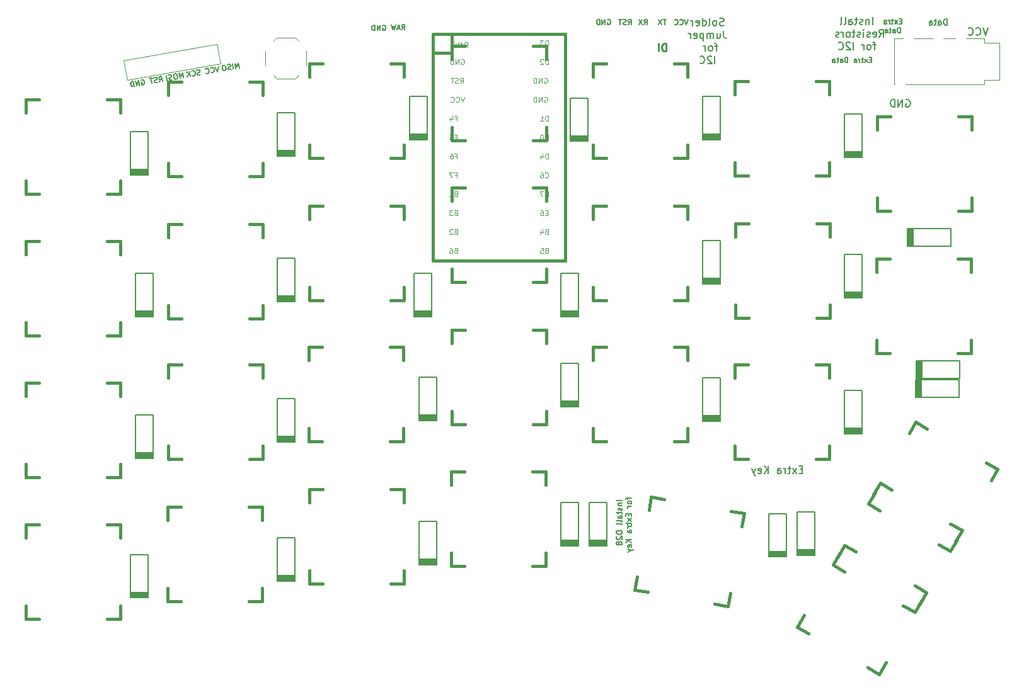
<source format=gbr>
G04 #@! TF.FileFunction,Legend,Bot*
%FSLAX46Y46*%
G04 Gerber Fmt 4.6, Leading zero omitted, Abs format (unit mm)*
G04 Created by KiCad (PCBNEW 4.0.7) date 06/14/18 17:33:48*
%MOMM*%
%LPD*%
G01*
G04 APERTURE LIST*
%ADD10C,0.100000*%
%ADD11C,0.150000*%
%ADD12C,0.200000*%
%ADD13C,0.250000*%
%ADD14C,0.120000*%
%ADD15C,0.381000*%
G04 APERTURE END LIST*
D10*
D11*
X128593333Y-48266667D02*
X128826667Y-47933333D01*
X128993333Y-48266667D02*
X128993333Y-47566667D01*
X128726667Y-47566667D01*
X128660000Y-47600000D01*
X128626667Y-47633333D01*
X128593333Y-47700000D01*
X128593333Y-47800000D01*
X128626667Y-47866667D01*
X128660000Y-47900000D01*
X128726667Y-47933333D01*
X128993333Y-47933333D01*
X128326667Y-48066667D02*
X127993333Y-48066667D01*
X128393333Y-48266667D02*
X128160000Y-47566667D01*
X127926667Y-48266667D01*
X127760000Y-47566667D02*
X127593333Y-48266667D01*
X127460000Y-47766667D01*
X127326667Y-48266667D01*
X127160000Y-47566667D01*
X126033333Y-47690000D02*
X126099999Y-47656667D01*
X126199999Y-47656667D01*
X126299999Y-47690000D01*
X126366666Y-47756667D01*
X126399999Y-47823333D01*
X126433333Y-47956667D01*
X126433333Y-48056667D01*
X126399999Y-48190000D01*
X126366666Y-48256667D01*
X126299999Y-48323333D01*
X126199999Y-48356667D01*
X126133333Y-48356667D01*
X126033333Y-48323333D01*
X125999999Y-48290000D01*
X125999999Y-48056667D01*
X126133333Y-48056667D01*
X125699999Y-48356667D02*
X125699999Y-47656667D01*
X125299999Y-48356667D01*
X125299999Y-47656667D01*
X124966666Y-48356667D02*
X124966666Y-47656667D01*
X124800000Y-47656667D01*
X124700000Y-47690000D01*
X124633333Y-47756667D01*
X124600000Y-47823333D01*
X124566666Y-47956667D01*
X124566666Y-48056667D01*
X124600000Y-48190000D01*
X124633333Y-48256667D01*
X124700000Y-48323333D01*
X124800000Y-48356667D01*
X124966666Y-48356667D01*
X158197786Y-111558000D02*
X157447786Y-111558000D01*
X157697786Y-111915143D02*
X158197786Y-111915143D01*
X157769214Y-111915143D02*
X157733500Y-111950858D01*
X157697786Y-112022286D01*
X157697786Y-112129429D01*
X157733500Y-112200858D01*
X157804929Y-112236572D01*
X158197786Y-112236572D01*
X158162071Y-112558000D02*
X158197786Y-112629429D01*
X158197786Y-112772286D01*
X158162071Y-112843714D01*
X158090643Y-112879429D01*
X158054929Y-112879429D01*
X157983500Y-112843714D01*
X157947786Y-112772286D01*
X157947786Y-112665143D01*
X157912071Y-112593714D01*
X157840643Y-112558000D01*
X157804929Y-112558000D01*
X157733500Y-112593714D01*
X157697786Y-112665143D01*
X157697786Y-112772286D01*
X157733500Y-112843714D01*
X157697786Y-113093715D02*
X157697786Y-113379429D01*
X157447786Y-113200857D02*
X158090643Y-113200857D01*
X158162071Y-113236572D01*
X158197786Y-113308000D01*
X158197786Y-113379429D01*
X158197786Y-113950857D02*
X157804929Y-113950857D01*
X157733500Y-113915143D01*
X157697786Y-113843714D01*
X157697786Y-113700857D01*
X157733500Y-113629428D01*
X158162071Y-113950857D02*
X158197786Y-113879428D01*
X158197786Y-113700857D01*
X158162071Y-113629428D01*
X158090643Y-113593714D01*
X158019214Y-113593714D01*
X157947786Y-113629428D01*
X157912071Y-113700857D01*
X157912071Y-113879428D01*
X157876357Y-113950857D01*
X158197786Y-114415142D02*
X158162071Y-114343714D01*
X158090643Y-114307999D01*
X157447786Y-114307999D01*
X158197786Y-114807999D02*
X158162071Y-114736571D01*
X158090643Y-114700856D01*
X157447786Y-114700856D01*
X158197786Y-115665142D02*
X157447786Y-115665142D01*
X157447786Y-115843714D01*
X157483500Y-115950857D01*
X157554929Y-116022285D01*
X157626357Y-116058000D01*
X157769214Y-116093714D01*
X157876357Y-116093714D01*
X158019214Y-116058000D01*
X158090643Y-116022285D01*
X158162071Y-115950857D01*
X158197786Y-115843714D01*
X158197786Y-115665142D01*
X157519214Y-116379428D02*
X157483500Y-116415142D01*
X157447786Y-116486571D01*
X157447786Y-116665142D01*
X157483500Y-116736571D01*
X157519214Y-116772285D01*
X157590643Y-116808000D01*
X157662071Y-116808000D01*
X157769214Y-116772285D01*
X158197786Y-116343714D01*
X158197786Y-116808000D01*
X157769214Y-117236571D02*
X157733500Y-117165143D01*
X157697786Y-117129428D01*
X157626357Y-117093714D01*
X157590643Y-117093714D01*
X157519214Y-117129428D01*
X157483500Y-117165143D01*
X157447786Y-117236571D01*
X157447786Y-117379428D01*
X157483500Y-117450857D01*
X157519214Y-117486571D01*
X157590643Y-117522286D01*
X157626357Y-117522286D01*
X157697786Y-117486571D01*
X157733500Y-117450857D01*
X157769214Y-117379428D01*
X157769214Y-117236571D01*
X157804929Y-117165143D01*
X157840643Y-117129428D01*
X157912071Y-117093714D01*
X158054929Y-117093714D01*
X158126357Y-117129428D01*
X158162071Y-117165143D01*
X158197786Y-117236571D01*
X158197786Y-117379428D01*
X158162071Y-117450857D01*
X158126357Y-117486571D01*
X158054929Y-117522286D01*
X157912071Y-117522286D01*
X157840643Y-117486571D01*
X157804929Y-117450857D01*
X157769214Y-117379428D01*
X158972786Y-111111572D02*
X158972786Y-111397286D01*
X159472786Y-111218714D02*
X158829929Y-111218714D01*
X158758500Y-111254429D01*
X158722786Y-111325857D01*
X158722786Y-111397286D01*
X159472786Y-111754428D02*
X159437071Y-111683000D01*
X159401357Y-111647285D01*
X159329929Y-111611571D01*
X159115643Y-111611571D01*
X159044214Y-111647285D01*
X159008500Y-111683000D01*
X158972786Y-111754428D01*
X158972786Y-111861571D01*
X159008500Y-111933000D01*
X159044214Y-111968714D01*
X159115643Y-112004428D01*
X159329929Y-112004428D01*
X159401357Y-111968714D01*
X159437071Y-111933000D01*
X159472786Y-111861571D01*
X159472786Y-111754428D01*
X159472786Y-112325856D02*
X158972786Y-112325856D01*
X159115643Y-112325856D02*
X159044214Y-112361571D01*
X159008500Y-112397285D01*
X158972786Y-112468714D01*
X158972786Y-112540142D01*
X159079929Y-113361571D02*
X159079929Y-113611571D01*
X159472786Y-113718714D02*
X159472786Y-113361571D01*
X158722786Y-113361571D01*
X158722786Y-113718714D01*
X159472786Y-113968714D02*
X158972786Y-114361571D01*
X158972786Y-113968714D02*
X159472786Y-114361571D01*
X158972786Y-114540143D02*
X158972786Y-114825857D01*
X158722786Y-114647285D02*
X159365643Y-114647285D01*
X159437071Y-114683000D01*
X159472786Y-114754428D01*
X159472786Y-114825857D01*
X159472786Y-115075856D02*
X158972786Y-115075856D01*
X159115643Y-115075856D02*
X159044214Y-115111571D01*
X159008500Y-115147285D01*
X158972786Y-115218714D01*
X158972786Y-115290142D01*
X159472786Y-115861571D02*
X159079929Y-115861571D01*
X159008500Y-115825857D01*
X158972786Y-115754428D01*
X158972786Y-115611571D01*
X159008500Y-115540142D01*
X159437071Y-115861571D02*
X159472786Y-115790142D01*
X159472786Y-115611571D01*
X159437071Y-115540142D01*
X159365643Y-115504428D01*
X159294214Y-115504428D01*
X159222786Y-115540142D01*
X159187071Y-115611571D01*
X159187071Y-115790142D01*
X159151357Y-115861571D01*
X159472786Y-116790142D02*
X158722786Y-116790142D01*
X159472786Y-117218714D02*
X159044214Y-116897285D01*
X158722786Y-117218714D02*
X159151357Y-116790142D01*
X159437071Y-117825857D02*
X159472786Y-117754428D01*
X159472786Y-117611571D01*
X159437071Y-117540142D01*
X159365643Y-117504428D01*
X159079929Y-117504428D01*
X159008500Y-117540142D01*
X158972786Y-117611571D01*
X158972786Y-117754428D01*
X159008500Y-117825857D01*
X159079929Y-117861571D01*
X159151357Y-117861571D01*
X159222786Y-117504428D01*
X158972786Y-118111571D02*
X159472786Y-118290142D01*
X158972786Y-118468714D02*
X159472786Y-118290142D01*
X159651357Y-118218714D01*
X159687071Y-118182999D01*
X159722786Y-118111571D01*
D12*
X182427144Y-107370571D02*
X182093810Y-107370571D01*
X181950953Y-107894381D02*
X182427144Y-107894381D01*
X182427144Y-106894381D01*
X181950953Y-106894381D01*
X181617620Y-107894381D02*
X181093810Y-107227714D01*
X181617620Y-107227714D02*
X181093810Y-107894381D01*
X180855715Y-107227714D02*
X180474763Y-107227714D01*
X180712858Y-106894381D02*
X180712858Y-107751524D01*
X180665239Y-107846762D01*
X180570001Y-107894381D01*
X180474763Y-107894381D01*
X180141429Y-107894381D02*
X180141429Y-107227714D01*
X180141429Y-107418190D02*
X180093810Y-107322952D01*
X180046191Y-107275333D01*
X179950953Y-107227714D01*
X179855714Y-107227714D01*
X179093809Y-107894381D02*
X179093809Y-107370571D01*
X179141428Y-107275333D01*
X179236666Y-107227714D01*
X179427143Y-107227714D01*
X179522381Y-107275333D01*
X179093809Y-107846762D02*
X179189047Y-107894381D01*
X179427143Y-107894381D01*
X179522381Y-107846762D01*
X179570000Y-107751524D01*
X179570000Y-107656286D01*
X179522381Y-107561048D01*
X179427143Y-107513429D01*
X179189047Y-107513429D01*
X179093809Y-107465810D01*
X177855714Y-107894381D02*
X177855714Y-106894381D01*
X177284285Y-107894381D02*
X177712857Y-107322952D01*
X177284285Y-106894381D02*
X177855714Y-107465810D01*
X176474761Y-107846762D02*
X176569999Y-107894381D01*
X176760476Y-107894381D01*
X176855714Y-107846762D01*
X176903333Y-107751524D01*
X176903333Y-107370571D01*
X176855714Y-107275333D01*
X176760476Y-107227714D01*
X176569999Y-107227714D01*
X176474761Y-107275333D01*
X176427142Y-107370571D01*
X176427142Y-107465810D01*
X176903333Y-107561048D01*
X176093809Y-107227714D02*
X175855714Y-107894381D01*
X175617618Y-107227714D02*
X175855714Y-107894381D01*
X175950952Y-108132476D01*
X175998571Y-108180095D01*
X176093809Y-108227714D01*
D11*
X195730666Y-47102000D02*
X195497333Y-47102000D01*
X195397333Y-47468667D02*
X195730666Y-47468667D01*
X195730666Y-46768667D01*
X195397333Y-46768667D01*
X195164000Y-47468667D02*
X194797333Y-47002000D01*
X195164000Y-47002000D02*
X194797333Y-47468667D01*
X194630666Y-47002000D02*
X194364000Y-47002000D01*
X194530666Y-46768667D02*
X194530666Y-47368667D01*
X194497333Y-47435333D01*
X194430666Y-47468667D01*
X194364000Y-47468667D01*
X194130666Y-47468667D02*
X194130666Y-47002000D01*
X194130666Y-47135333D02*
X194097333Y-47068667D01*
X194064000Y-47035333D01*
X193997333Y-47002000D01*
X193930666Y-47002000D01*
X193397333Y-47468667D02*
X193397333Y-47102000D01*
X193430667Y-47035333D01*
X193497333Y-47002000D01*
X193630667Y-47002000D01*
X193697333Y-47035333D01*
X193397333Y-47435333D02*
X193464000Y-47468667D01*
X193630667Y-47468667D01*
X193697333Y-47435333D01*
X193730667Y-47368667D01*
X193730667Y-47302000D01*
X193697333Y-47235333D01*
X193630667Y-47202000D01*
X193464000Y-47202000D01*
X193397333Y-47168667D01*
X195580666Y-48668667D02*
X195580666Y-47968667D01*
X195414000Y-47968667D01*
X195314000Y-48002000D01*
X195247333Y-48068667D01*
X195214000Y-48135333D01*
X195180666Y-48268667D01*
X195180666Y-48368667D01*
X195214000Y-48502000D01*
X195247333Y-48568667D01*
X195314000Y-48635333D01*
X195414000Y-48668667D01*
X195580666Y-48668667D01*
X194580666Y-48668667D02*
X194580666Y-48302000D01*
X194614000Y-48235333D01*
X194680666Y-48202000D01*
X194814000Y-48202000D01*
X194880666Y-48235333D01*
X194580666Y-48635333D02*
X194647333Y-48668667D01*
X194814000Y-48668667D01*
X194880666Y-48635333D01*
X194914000Y-48568667D01*
X194914000Y-48502000D01*
X194880666Y-48435333D01*
X194814000Y-48402000D01*
X194647333Y-48402000D01*
X194580666Y-48368667D01*
X194347333Y-48202000D02*
X194080667Y-48202000D01*
X194247333Y-47968667D02*
X194247333Y-48568667D01*
X194214000Y-48635333D01*
X194147333Y-48668667D01*
X194080667Y-48668667D01*
X193547333Y-48668667D02*
X193547333Y-48302000D01*
X193580667Y-48235333D01*
X193647333Y-48202000D01*
X193780667Y-48202000D01*
X193847333Y-48235333D01*
X193547333Y-48635333D02*
X193614000Y-48668667D01*
X193780667Y-48668667D01*
X193847333Y-48635333D01*
X193880667Y-48568667D01*
X193880667Y-48502000D01*
X193847333Y-48435333D01*
X193780667Y-48402000D01*
X193614000Y-48402000D01*
X193547333Y-48368667D01*
X201821905Y-47605905D02*
X201821905Y-46805905D01*
X201631429Y-46805905D01*
X201517143Y-46844000D01*
X201440952Y-46920190D01*
X201402857Y-46996381D01*
X201364762Y-47148762D01*
X201364762Y-47263048D01*
X201402857Y-47415429D01*
X201440952Y-47491619D01*
X201517143Y-47567810D01*
X201631429Y-47605905D01*
X201821905Y-47605905D01*
X200679048Y-47605905D02*
X200679048Y-47186857D01*
X200717143Y-47110667D01*
X200793333Y-47072571D01*
X200945714Y-47072571D01*
X201021905Y-47110667D01*
X200679048Y-47567810D02*
X200755238Y-47605905D01*
X200945714Y-47605905D01*
X201021905Y-47567810D01*
X201060000Y-47491619D01*
X201060000Y-47415429D01*
X201021905Y-47339238D01*
X200945714Y-47301143D01*
X200755238Y-47301143D01*
X200679048Y-47263048D01*
X200412381Y-47072571D02*
X200107619Y-47072571D01*
X200298095Y-46805905D02*
X200298095Y-47491619D01*
X200260000Y-47567810D01*
X200183809Y-47605905D01*
X200107619Y-47605905D01*
X199498095Y-47605905D02*
X199498095Y-47186857D01*
X199536190Y-47110667D01*
X199612380Y-47072571D01*
X199764761Y-47072571D01*
X199840952Y-47110667D01*
X199498095Y-47567810D02*
X199574285Y-47605905D01*
X199764761Y-47605905D01*
X199840952Y-47567810D01*
X199879047Y-47491619D01*
X199879047Y-47415429D01*
X199840952Y-47339238D01*
X199764761Y-47301143D01*
X199574285Y-47301143D01*
X199498095Y-47263048D01*
D12*
X207327333Y-47966381D02*
X206994000Y-48966381D01*
X206660666Y-47966381D01*
X205755904Y-48871143D02*
X205803523Y-48918762D01*
X205946380Y-48966381D01*
X206041618Y-48966381D01*
X206184476Y-48918762D01*
X206279714Y-48823524D01*
X206327333Y-48728286D01*
X206374952Y-48537810D01*
X206374952Y-48394952D01*
X206327333Y-48204476D01*
X206279714Y-48109238D01*
X206184476Y-48014000D01*
X206041618Y-47966381D01*
X205946380Y-47966381D01*
X205803523Y-48014000D01*
X205755904Y-48061619D01*
X204755904Y-48871143D02*
X204803523Y-48918762D01*
X204946380Y-48966381D01*
X205041618Y-48966381D01*
X205184476Y-48918762D01*
X205279714Y-48823524D01*
X205327333Y-48728286D01*
X205374952Y-48537810D01*
X205374952Y-48394952D01*
X205327333Y-48204476D01*
X205279714Y-48109238D01*
X205184476Y-48014000D01*
X205041618Y-47966381D01*
X204946380Y-47966381D01*
X204803523Y-48014000D01*
X204755904Y-48061619D01*
X196341904Y-57666000D02*
X196437142Y-57618381D01*
X196579999Y-57618381D01*
X196722857Y-57666000D01*
X196818095Y-57761238D01*
X196865714Y-57856476D01*
X196913333Y-58046952D01*
X196913333Y-58189810D01*
X196865714Y-58380286D01*
X196818095Y-58475524D01*
X196722857Y-58570762D01*
X196579999Y-58618381D01*
X196484761Y-58618381D01*
X196341904Y-58570762D01*
X196294285Y-58523143D01*
X196294285Y-58189810D01*
X196484761Y-58189810D01*
X195865714Y-58618381D02*
X195865714Y-57618381D01*
X195294285Y-58618381D01*
X195294285Y-57618381D01*
X194818095Y-58618381D02*
X194818095Y-57618381D01*
X194580000Y-57618381D01*
X194437142Y-57666000D01*
X194341904Y-57761238D01*
X194294285Y-57856476D01*
X194246666Y-58046952D01*
X194246666Y-58189810D01*
X194294285Y-58380286D01*
X194341904Y-58475524D01*
X194437142Y-58570762D01*
X194580000Y-58618381D01*
X194818095Y-58618381D01*
D11*
X164109333Y-46860667D02*
X163709333Y-46860667D01*
X163909333Y-47560667D02*
X163909333Y-46860667D01*
X163542667Y-46860667D02*
X163076000Y-47560667D01*
X163076000Y-46860667D02*
X163542667Y-47560667D01*
X161152666Y-47560667D02*
X161386000Y-47227333D01*
X161552666Y-47560667D02*
X161552666Y-46860667D01*
X161286000Y-46860667D01*
X161219333Y-46894000D01*
X161186000Y-46927333D01*
X161152666Y-46994000D01*
X161152666Y-47094000D01*
X161186000Y-47160667D01*
X161219333Y-47194000D01*
X161286000Y-47227333D01*
X161552666Y-47227333D01*
X160919333Y-46860667D02*
X160452666Y-47560667D01*
X160452666Y-46860667D02*
X160919333Y-47560667D01*
X159006333Y-47560667D02*
X159239667Y-47227333D01*
X159406333Y-47560667D02*
X159406333Y-46860667D01*
X159139667Y-46860667D01*
X159073000Y-46894000D01*
X159039667Y-46927333D01*
X159006333Y-46994000D01*
X159006333Y-47094000D01*
X159039667Y-47160667D01*
X159073000Y-47194000D01*
X159139667Y-47227333D01*
X159406333Y-47227333D01*
X158739667Y-47527333D02*
X158639667Y-47560667D01*
X158473000Y-47560667D01*
X158406333Y-47527333D01*
X158373000Y-47494000D01*
X158339667Y-47427333D01*
X158339667Y-47360667D01*
X158373000Y-47294000D01*
X158406333Y-47260667D01*
X158473000Y-47227333D01*
X158606333Y-47194000D01*
X158673000Y-47160667D01*
X158706333Y-47127333D01*
X158739667Y-47060667D01*
X158739667Y-46994000D01*
X158706333Y-46927333D01*
X158673000Y-46894000D01*
X158606333Y-46860667D01*
X158439667Y-46860667D01*
X158339667Y-46894000D01*
X158139666Y-46860667D02*
X157739666Y-46860667D01*
X157939666Y-47560667D02*
X157939666Y-46860667D01*
D12*
X171862477Y-47638762D02*
X171719620Y-47686381D01*
X171481524Y-47686381D01*
X171386286Y-47638762D01*
X171338667Y-47591143D01*
X171291048Y-47495905D01*
X171291048Y-47400667D01*
X171338667Y-47305429D01*
X171386286Y-47257810D01*
X171481524Y-47210190D01*
X171672001Y-47162571D01*
X171767239Y-47114952D01*
X171814858Y-47067333D01*
X171862477Y-46972095D01*
X171862477Y-46876857D01*
X171814858Y-46781619D01*
X171767239Y-46734000D01*
X171672001Y-46686381D01*
X171433905Y-46686381D01*
X171291048Y-46734000D01*
X170719620Y-47686381D02*
X170814858Y-47638762D01*
X170862477Y-47591143D01*
X170910096Y-47495905D01*
X170910096Y-47210190D01*
X170862477Y-47114952D01*
X170814858Y-47067333D01*
X170719620Y-47019714D01*
X170576762Y-47019714D01*
X170481524Y-47067333D01*
X170433905Y-47114952D01*
X170386286Y-47210190D01*
X170386286Y-47495905D01*
X170433905Y-47591143D01*
X170481524Y-47638762D01*
X170576762Y-47686381D01*
X170719620Y-47686381D01*
X169814858Y-47686381D02*
X169910096Y-47638762D01*
X169957715Y-47543524D01*
X169957715Y-46686381D01*
X169005333Y-47686381D02*
X169005333Y-46686381D01*
X169005333Y-47638762D02*
X169100571Y-47686381D01*
X169291048Y-47686381D01*
X169386286Y-47638762D01*
X169433905Y-47591143D01*
X169481524Y-47495905D01*
X169481524Y-47210190D01*
X169433905Y-47114952D01*
X169386286Y-47067333D01*
X169291048Y-47019714D01*
X169100571Y-47019714D01*
X169005333Y-47067333D01*
X168148190Y-47638762D02*
X168243428Y-47686381D01*
X168433905Y-47686381D01*
X168529143Y-47638762D01*
X168576762Y-47543524D01*
X168576762Y-47162571D01*
X168529143Y-47067333D01*
X168433905Y-47019714D01*
X168243428Y-47019714D01*
X168148190Y-47067333D01*
X168100571Y-47162571D01*
X168100571Y-47257810D01*
X168576762Y-47353048D01*
X167672000Y-47686381D02*
X167672000Y-47019714D01*
X167672000Y-47210190D02*
X167624381Y-47114952D01*
X167576762Y-47067333D01*
X167481524Y-47019714D01*
X167386285Y-47019714D01*
X171838666Y-48386381D02*
X171838666Y-49100667D01*
X171886286Y-49243524D01*
X171981524Y-49338762D01*
X172124381Y-49386381D01*
X172219619Y-49386381D01*
X170933904Y-48719714D02*
X170933904Y-49386381D01*
X171362476Y-48719714D02*
X171362476Y-49243524D01*
X171314857Y-49338762D01*
X171219619Y-49386381D01*
X171076761Y-49386381D01*
X170981523Y-49338762D01*
X170933904Y-49291143D01*
X170457714Y-49386381D02*
X170457714Y-48719714D01*
X170457714Y-48814952D02*
X170410095Y-48767333D01*
X170314857Y-48719714D01*
X170171999Y-48719714D01*
X170076761Y-48767333D01*
X170029142Y-48862571D01*
X170029142Y-49386381D01*
X170029142Y-48862571D02*
X169981523Y-48767333D01*
X169886285Y-48719714D01*
X169743428Y-48719714D01*
X169648190Y-48767333D01*
X169600571Y-48862571D01*
X169600571Y-49386381D01*
X169124381Y-48719714D02*
X169124381Y-49719714D01*
X169124381Y-48767333D02*
X169029143Y-48719714D01*
X168838666Y-48719714D01*
X168743428Y-48767333D01*
X168695809Y-48814952D01*
X168648190Y-48910190D01*
X168648190Y-49195905D01*
X168695809Y-49291143D01*
X168743428Y-49338762D01*
X168838666Y-49386381D01*
X169029143Y-49386381D01*
X169124381Y-49338762D01*
X167838666Y-49338762D02*
X167933904Y-49386381D01*
X168124381Y-49386381D01*
X168219619Y-49338762D01*
X168267238Y-49243524D01*
X168267238Y-48862571D01*
X168219619Y-48767333D01*
X168124381Y-48719714D01*
X167933904Y-48719714D01*
X167838666Y-48767333D01*
X167791047Y-48862571D01*
X167791047Y-48957810D01*
X168267238Y-49053048D01*
X167362476Y-49386381D02*
X167362476Y-48719714D01*
X167362476Y-48910190D02*
X167314857Y-48814952D01*
X167267238Y-48767333D01*
X167172000Y-48719714D01*
X167076761Y-48719714D01*
X171005334Y-50419714D02*
X170624382Y-50419714D01*
X170862477Y-51086381D02*
X170862477Y-50229238D01*
X170814858Y-50134000D01*
X170719620Y-50086381D01*
X170624382Y-50086381D01*
X170148191Y-51086381D02*
X170243429Y-51038762D01*
X170291048Y-50991143D01*
X170338667Y-50895905D01*
X170338667Y-50610190D01*
X170291048Y-50514952D01*
X170243429Y-50467333D01*
X170148191Y-50419714D01*
X170005333Y-50419714D01*
X169910095Y-50467333D01*
X169862476Y-50514952D01*
X169814857Y-50610190D01*
X169814857Y-50895905D01*
X169862476Y-50991143D01*
X169910095Y-51038762D01*
X170005333Y-51086381D01*
X170148191Y-51086381D01*
X169386286Y-51086381D02*
X169386286Y-50419714D01*
X169386286Y-50610190D02*
X169338667Y-50514952D01*
X169291048Y-50467333D01*
X169195810Y-50419714D01*
X169100571Y-50419714D01*
X170648190Y-52786381D02*
X170648190Y-51786381D01*
X170219619Y-51881619D02*
X170172000Y-51834000D01*
X170076762Y-51786381D01*
X169838666Y-51786381D01*
X169743428Y-51834000D01*
X169695809Y-51881619D01*
X169648190Y-51976857D01*
X169648190Y-52072095D01*
X169695809Y-52214952D01*
X170267238Y-52786381D01*
X169648190Y-52786381D01*
X168648190Y-52691143D02*
X168695809Y-52738762D01*
X168838666Y-52786381D01*
X168933904Y-52786381D01*
X169076762Y-52738762D01*
X169172000Y-52643524D01*
X169219619Y-52548286D01*
X169267238Y-52357810D01*
X169267238Y-52214952D01*
X169219619Y-52024476D01*
X169172000Y-51929238D01*
X169076762Y-51834000D01*
X168933904Y-51786381D01*
X168838666Y-51786381D01*
X168695809Y-51834000D01*
X168648190Y-51881619D01*
X191857048Y-47520381D02*
X191857048Y-46520381D01*
X191380858Y-46853714D02*
X191380858Y-47520381D01*
X191380858Y-46948952D02*
X191333239Y-46901333D01*
X191238001Y-46853714D01*
X191095143Y-46853714D01*
X190999905Y-46901333D01*
X190952286Y-46996571D01*
X190952286Y-47520381D01*
X190523715Y-47472762D02*
X190428477Y-47520381D01*
X190238001Y-47520381D01*
X190142762Y-47472762D01*
X190095143Y-47377524D01*
X190095143Y-47329905D01*
X190142762Y-47234667D01*
X190238001Y-47187048D01*
X190380858Y-47187048D01*
X190476096Y-47139429D01*
X190523715Y-47044190D01*
X190523715Y-46996571D01*
X190476096Y-46901333D01*
X190380858Y-46853714D01*
X190238001Y-46853714D01*
X190142762Y-46901333D01*
X189809429Y-46853714D02*
X189428477Y-46853714D01*
X189666572Y-46520381D02*
X189666572Y-47377524D01*
X189618953Y-47472762D01*
X189523715Y-47520381D01*
X189428477Y-47520381D01*
X188666571Y-47520381D02*
X188666571Y-46996571D01*
X188714190Y-46901333D01*
X188809428Y-46853714D01*
X188999905Y-46853714D01*
X189095143Y-46901333D01*
X188666571Y-47472762D02*
X188761809Y-47520381D01*
X188999905Y-47520381D01*
X189095143Y-47472762D01*
X189142762Y-47377524D01*
X189142762Y-47282286D01*
X189095143Y-47187048D01*
X188999905Y-47139429D01*
X188761809Y-47139429D01*
X188666571Y-47091810D01*
X188047524Y-47520381D02*
X188142762Y-47472762D01*
X188190381Y-47377524D01*
X188190381Y-46520381D01*
X187523714Y-47520381D02*
X187618952Y-47472762D01*
X187666571Y-47377524D01*
X187666571Y-46520381D01*
X192738000Y-49220381D02*
X193071334Y-48744190D01*
X193309429Y-49220381D02*
X193309429Y-48220381D01*
X192928476Y-48220381D01*
X192833238Y-48268000D01*
X192785619Y-48315619D01*
X192738000Y-48410857D01*
X192738000Y-48553714D01*
X192785619Y-48648952D01*
X192833238Y-48696571D01*
X192928476Y-48744190D01*
X193309429Y-48744190D01*
X191928476Y-49172762D02*
X192023714Y-49220381D01*
X192214191Y-49220381D01*
X192309429Y-49172762D01*
X192357048Y-49077524D01*
X192357048Y-48696571D01*
X192309429Y-48601333D01*
X192214191Y-48553714D01*
X192023714Y-48553714D01*
X191928476Y-48601333D01*
X191880857Y-48696571D01*
X191880857Y-48791810D01*
X192357048Y-48887048D01*
X191499905Y-49172762D02*
X191404667Y-49220381D01*
X191214191Y-49220381D01*
X191118952Y-49172762D01*
X191071333Y-49077524D01*
X191071333Y-49029905D01*
X191118952Y-48934667D01*
X191214191Y-48887048D01*
X191357048Y-48887048D01*
X191452286Y-48839429D01*
X191499905Y-48744190D01*
X191499905Y-48696571D01*
X191452286Y-48601333D01*
X191357048Y-48553714D01*
X191214191Y-48553714D01*
X191118952Y-48601333D01*
X190642762Y-49220381D02*
X190642762Y-48553714D01*
X190642762Y-48220381D02*
X190690381Y-48268000D01*
X190642762Y-48315619D01*
X190595143Y-48268000D01*
X190642762Y-48220381D01*
X190642762Y-48315619D01*
X190214191Y-49172762D02*
X190118953Y-49220381D01*
X189928477Y-49220381D01*
X189833238Y-49172762D01*
X189785619Y-49077524D01*
X189785619Y-49029905D01*
X189833238Y-48934667D01*
X189928477Y-48887048D01*
X190071334Y-48887048D01*
X190166572Y-48839429D01*
X190214191Y-48744190D01*
X190214191Y-48696571D01*
X190166572Y-48601333D01*
X190071334Y-48553714D01*
X189928477Y-48553714D01*
X189833238Y-48601333D01*
X189499905Y-48553714D02*
X189118953Y-48553714D01*
X189357048Y-48220381D02*
X189357048Y-49077524D01*
X189309429Y-49172762D01*
X189214191Y-49220381D01*
X189118953Y-49220381D01*
X188642762Y-49220381D02*
X188738000Y-49172762D01*
X188785619Y-49125143D01*
X188833238Y-49029905D01*
X188833238Y-48744190D01*
X188785619Y-48648952D01*
X188738000Y-48601333D01*
X188642762Y-48553714D01*
X188499904Y-48553714D01*
X188404666Y-48601333D01*
X188357047Y-48648952D01*
X188309428Y-48744190D01*
X188309428Y-49029905D01*
X188357047Y-49125143D01*
X188404666Y-49172762D01*
X188499904Y-49220381D01*
X188642762Y-49220381D01*
X187880857Y-49220381D02*
X187880857Y-48553714D01*
X187880857Y-48744190D02*
X187833238Y-48648952D01*
X187785619Y-48601333D01*
X187690381Y-48553714D01*
X187595142Y-48553714D01*
X187309428Y-49172762D02*
X187214190Y-49220381D01*
X187023714Y-49220381D01*
X186928475Y-49172762D01*
X186880856Y-49077524D01*
X186880856Y-49029905D01*
X186928475Y-48934667D01*
X187023714Y-48887048D01*
X187166571Y-48887048D01*
X187261809Y-48839429D01*
X187309428Y-48744190D01*
X187309428Y-48696571D01*
X187261809Y-48601333D01*
X187166571Y-48553714D01*
X187023714Y-48553714D01*
X186928475Y-48601333D01*
X192285619Y-50253714D02*
X191904667Y-50253714D01*
X192142762Y-50920381D02*
X192142762Y-50063238D01*
X192095143Y-49968000D01*
X191999905Y-49920381D01*
X191904667Y-49920381D01*
X191428476Y-50920381D02*
X191523714Y-50872762D01*
X191571333Y-50825143D01*
X191618952Y-50729905D01*
X191618952Y-50444190D01*
X191571333Y-50348952D01*
X191523714Y-50301333D01*
X191428476Y-50253714D01*
X191285618Y-50253714D01*
X191190380Y-50301333D01*
X191142761Y-50348952D01*
X191095142Y-50444190D01*
X191095142Y-50729905D01*
X191142761Y-50825143D01*
X191190380Y-50872762D01*
X191285618Y-50920381D01*
X191428476Y-50920381D01*
X190666571Y-50920381D02*
X190666571Y-50253714D01*
X190666571Y-50444190D02*
X190618952Y-50348952D01*
X190571333Y-50301333D01*
X190476095Y-50253714D01*
X190380856Y-50253714D01*
X189285618Y-50920381D02*
X189285618Y-49920381D01*
X188857047Y-50015619D02*
X188809428Y-49968000D01*
X188714190Y-49920381D01*
X188476094Y-49920381D01*
X188380856Y-49968000D01*
X188333237Y-50015619D01*
X188285618Y-50110857D01*
X188285618Y-50206095D01*
X188333237Y-50348952D01*
X188904666Y-50920381D01*
X188285618Y-50920381D01*
X187285618Y-50825143D02*
X187333237Y-50872762D01*
X187476094Y-50920381D01*
X187571332Y-50920381D01*
X187714190Y-50872762D01*
X187809428Y-50777524D01*
X187857047Y-50682286D01*
X187904666Y-50491810D01*
X187904666Y-50348952D01*
X187857047Y-50158476D01*
X187809428Y-50063238D01*
X187714190Y-49968000D01*
X187571332Y-49920381D01*
X187476094Y-49920381D01*
X187333237Y-49968000D01*
X187285618Y-50015619D01*
D11*
X191719665Y-52274000D02*
X191486332Y-52274000D01*
X191386332Y-52640667D02*
X191719665Y-52640667D01*
X191719665Y-51940667D01*
X191386332Y-51940667D01*
X191152999Y-52640667D02*
X190786332Y-52174000D01*
X191152999Y-52174000D02*
X190786332Y-52640667D01*
X190619665Y-52174000D02*
X190352999Y-52174000D01*
X190519665Y-51940667D02*
X190519665Y-52540667D01*
X190486332Y-52607333D01*
X190419665Y-52640667D01*
X190352999Y-52640667D01*
X190119665Y-52640667D02*
X190119665Y-52174000D01*
X190119665Y-52307333D02*
X190086332Y-52240667D01*
X190052999Y-52207333D01*
X189986332Y-52174000D01*
X189919665Y-52174000D01*
X189386332Y-52640667D02*
X189386332Y-52274000D01*
X189419666Y-52207333D01*
X189486332Y-52174000D01*
X189619666Y-52174000D01*
X189686332Y-52207333D01*
X189386332Y-52607333D02*
X189452999Y-52640667D01*
X189619666Y-52640667D01*
X189686332Y-52607333D01*
X189719666Y-52540667D01*
X189719666Y-52474000D01*
X189686332Y-52407333D01*
X189619666Y-52374000D01*
X189452999Y-52374000D01*
X189386332Y-52340667D01*
X188519666Y-52640667D02*
X188519666Y-51940667D01*
X188353000Y-51940667D01*
X188253000Y-51974000D01*
X188186333Y-52040667D01*
X188153000Y-52107333D01*
X188119666Y-52240667D01*
X188119666Y-52340667D01*
X188153000Y-52474000D01*
X188186333Y-52540667D01*
X188253000Y-52607333D01*
X188353000Y-52640667D01*
X188519666Y-52640667D01*
X187519666Y-52640667D02*
X187519666Y-52274000D01*
X187553000Y-52207333D01*
X187619666Y-52174000D01*
X187753000Y-52174000D01*
X187819666Y-52207333D01*
X187519666Y-52607333D02*
X187586333Y-52640667D01*
X187753000Y-52640667D01*
X187819666Y-52607333D01*
X187853000Y-52540667D01*
X187853000Y-52474000D01*
X187819666Y-52407333D01*
X187753000Y-52374000D01*
X187586333Y-52374000D01*
X187519666Y-52340667D01*
X187286333Y-52174000D02*
X187019667Y-52174000D01*
X187186333Y-51940667D02*
X187186333Y-52540667D01*
X187153000Y-52607333D01*
X187086333Y-52640667D01*
X187019667Y-52640667D01*
X186486333Y-52640667D02*
X186486333Y-52274000D01*
X186519667Y-52207333D01*
X186586333Y-52174000D01*
X186719667Y-52174000D01*
X186786333Y-52207333D01*
X186486333Y-52607333D02*
X186553000Y-52640667D01*
X186719667Y-52640667D01*
X186786333Y-52607333D01*
X186819667Y-52540667D01*
X186819667Y-52474000D01*
X186786333Y-52407333D01*
X186719667Y-52374000D01*
X186553000Y-52374000D01*
X186486333Y-52340667D01*
X156235333Y-46894000D02*
X156301999Y-46860667D01*
X156401999Y-46860667D01*
X156501999Y-46894000D01*
X156568666Y-46960667D01*
X156601999Y-47027333D01*
X156635333Y-47160667D01*
X156635333Y-47260667D01*
X156601999Y-47394000D01*
X156568666Y-47460667D01*
X156501999Y-47527333D01*
X156401999Y-47560667D01*
X156335333Y-47560667D01*
X156235333Y-47527333D01*
X156201999Y-47494000D01*
X156201999Y-47260667D01*
X156335333Y-47260667D01*
X155901999Y-47560667D02*
X155901999Y-46860667D01*
X155501999Y-47560667D01*
X155501999Y-46860667D01*
X155168666Y-47560667D02*
X155168666Y-46860667D01*
X155002000Y-46860667D01*
X154902000Y-46894000D01*
X154835333Y-46960667D01*
X154802000Y-47027333D01*
X154768666Y-47160667D01*
X154768666Y-47260667D01*
X154802000Y-47394000D01*
X154835333Y-47460667D01*
X154902000Y-47527333D01*
X155002000Y-47560667D01*
X155168666Y-47560667D01*
X167049333Y-46860667D02*
X166816000Y-47560667D01*
X166582667Y-46860667D01*
X165949333Y-47494000D02*
X165982667Y-47527333D01*
X166082667Y-47560667D01*
X166149333Y-47560667D01*
X166249333Y-47527333D01*
X166316000Y-47460667D01*
X166349333Y-47394000D01*
X166382667Y-47260667D01*
X166382667Y-47160667D01*
X166349333Y-47027333D01*
X166316000Y-46960667D01*
X166249333Y-46894000D01*
X166149333Y-46860667D01*
X166082667Y-46860667D01*
X165982667Y-46894000D01*
X165949333Y-46927333D01*
X165249333Y-47494000D02*
X165282667Y-47527333D01*
X165382667Y-47560667D01*
X165449333Y-47560667D01*
X165549333Y-47527333D01*
X165616000Y-47460667D01*
X165649333Y-47394000D01*
X165682667Y-47260667D01*
X165682667Y-47160667D01*
X165649333Y-47027333D01*
X165616000Y-46960667D01*
X165549333Y-46894000D01*
X165449333Y-46860667D01*
X165382667Y-46860667D01*
X165282667Y-46894000D01*
X165249333Y-46927333D01*
D13*
X164076000Y-51125381D02*
X164076000Y-50125381D01*
X163837905Y-50125381D01*
X163695047Y-50173000D01*
X163599809Y-50268238D01*
X163552190Y-50363476D01*
X163504571Y-50553952D01*
X163504571Y-50696810D01*
X163552190Y-50887286D01*
X163599809Y-50982524D01*
X163695047Y-51077762D01*
X163837905Y-51125381D01*
X164076000Y-51125381D01*
X163076000Y-51125381D02*
X163076000Y-50125381D01*
D12*
X94545000Y-61970000D02*
X94545000Y-67770000D01*
X92145000Y-61970000D02*
X94545000Y-61970000D01*
X92145000Y-67770000D02*
X92145000Y-61970000D01*
X92145000Y-67695000D02*
X94545000Y-67695000D01*
X92145000Y-67570000D02*
X94545000Y-67570000D01*
X94545000Y-67795000D02*
X92145000Y-67795000D01*
X92145000Y-67395000D02*
X94545000Y-67395000D01*
X92145000Y-67220000D02*
X94545000Y-67220000D01*
X92145000Y-67045000D02*
X94545000Y-67045000D01*
X95180000Y-81020000D02*
X95180000Y-86820000D01*
X92780000Y-81020000D02*
X95180000Y-81020000D01*
X92780000Y-86820000D02*
X92780000Y-81020000D01*
X92780000Y-86745000D02*
X95180000Y-86745000D01*
X92780000Y-86620000D02*
X95180000Y-86620000D01*
X95180000Y-86845000D02*
X92780000Y-86845000D01*
X92780000Y-86445000D02*
X95180000Y-86445000D01*
X92780000Y-86270000D02*
X95180000Y-86270000D01*
X92780000Y-86095000D02*
X95180000Y-86095000D01*
X95180000Y-100070000D02*
X95180000Y-105870000D01*
X92780000Y-100070000D02*
X95180000Y-100070000D01*
X92780000Y-105870000D02*
X92780000Y-100070000D01*
X92780000Y-105795000D02*
X95180000Y-105795000D01*
X92780000Y-105670000D02*
X95180000Y-105670000D01*
X95180000Y-105895000D02*
X92780000Y-105895000D01*
X92780000Y-105495000D02*
X95180000Y-105495000D01*
X92780000Y-105320000D02*
X95180000Y-105320000D01*
X92780000Y-105145000D02*
X95180000Y-105145000D01*
X94545000Y-118815000D02*
X94545000Y-124615000D01*
X92145000Y-118815000D02*
X94545000Y-118815000D01*
X92145000Y-124615000D02*
X92145000Y-118815000D01*
X92145000Y-124540000D02*
X94545000Y-124540000D01*
X92145000Y-124415000D02*
X94545000Y-124415000D01*
X94545000Y-124640000D02*
X92145000Y-124640000D01*
X92145000Y-124240000D02*
X94545000Y-124240000D01*
X92145000Y-124065000D02*
X94545000Y-124065000D01*
X92145000Y-123890000D02*
X94545000Y-123890000D01*
X114230000Y-59430000D02*
X114230000Y-65230000D01*
X111830000Y-59430000D02*
X114230000Y-59430000D01*
X111830000Y-65230000D02*
X111830000Y-59430000D01*
X111830000Y-65155000D02*
X114230000Y-65155000D01*
X111830000Y-65030000D02*
X114230000Y-65030000D01*
X114230000Y-65255000D02*
X111830000Y-65255000D01*
X111830000Y-64855000D02*
X114230000Y-64855000D01*
X111830000Y-64680000D02*
X114230000Y-64680000D01*
X111830000Y-64505000D02*
X114230000Y-64505000D01*
X114230000Y-78955000D02*
X114230000Y-84755000D01*
X111830000Y-78955000D02*
X114230000Y-78955000D01*
X111830000Y-84755000D02*
X111830000Y-78955000D01*
X111830000Y-84680000D02*
X114230000Y-84680000D01*
X111830000Y-84555000D02*
X114230000Y-84555000D01*
X114230000Y-84780000D02*
X111830000Y-84780000D01*
X111830000Y-84380000D02*
X114230000Y-84380000D01*
X111830000Y-84205000D02*
X114230000Y-84205000D01*
X111830000Y-84030000D02*
X114230000Y-84030000D01*
X114230000Y-97835000D02*
X114230000Y-103635000D01*
X111830000Y-97835000D02*
X114230000Y-97835000D01*
X111830000Y-103635000D02*
X111830000Y-97835000D01*
X111830000Y-103560000D02*
X114230000Y-103560000D01*
X111830000Y-103435000D02*
X114230000Y-103435000D01*
X114230000Y-103660000D02*
X111830000Y-103660000D01*
X111830000Y-103260000D02*
X114230000Y-103260000D01*
X111830000Y-103085000D02*
X114230000Y-103085000D01*
X111830000Y-102910000D02*
X114230000Y-102910000D01*
X114230000Y-116580000D02*
X114230000Y-122380000D01*
X111830000Y-116580000D02*
X114230000Y-116580000D01*
X111830000Y-122380000D02*
X111830000Y-116580000D01*
X111830000Y-122305000D02*
X114230000Y-122305000D01*
X111830000Y-122180000D02*
X114230000Y-122180000D01*
X114230000Y-122405000D02*
X111830000Y-122405000D01*
X111830000Y-122005000D02*
X114230000Y-122005000D01*
X111830000Y-121830000D02*
X114230000Y-121830000D01*
X111830000Y-121655000D02*
X114230000Y-121655000D01*
X132010000Y-57220000D02*
X132010000Y-63020000D01*
X129610000Y-57220000D02*
X132010000Y-57220000D01*
X129610000Y-63020000D02*
X129610000Y-57220000D01*
X129610000Y-62945000D02*
X132010000Y-62945000D01*
X129610000Y-62820000D02*
X132010000Y-62820000D01*
X132010000Y-63045000D02*
X129610000Y-63045000D01*
X129610000Y-62645000D02*
X132010000Y-62645000D01*
X129610000Y-62470000D02*
X132010000Y-62470000D01*
X129610000Y-62295000D02*
X132010000Y-62295000D01*
X132645000Y-81020000D02*
X132645000Y-86820000D01*
X130245000Y-81020000D02*
X132645000Y-81020000D01*
X130245000Y-86820000D02*
X130245000Y-81020000D01*
X130245000Y-86745000D02*
X132645000Y-86745000D01*
X130245000Y-86620000D02*
X132645000Y-86620000D01*
X132645000Y-86845000D02*
X130245000Y-86845000D01*
X130245000Y-86445000D02*
X132645000Y-86445000D01*
X130245000Y-86270000D02*
X132645000Y-86270000D01*
X130245000Y-86095000D02*
X132645000Y-86095000D01*
X133280000Y-94990000D02*
X133280000Y-100790000D01*
X130880000Y-94990000D02*
X133280000Y-94990000D01*
X130880000Y-100790000D02*
X130880000Y-94990000D01*
X130880000Y-100715000D02*
X133280000Y-100715000D01*
X130880000Y-100590000D02*
X133280000Y-100590000D01*
X133280000Y-100815000D02*
X130880000Y-100815000D01*
X130880000Y-100415000D02*
X133280000Y-100415000D01*
X130880000Y-100240000D02*
X133280000Y-100240000D01*
X130880000Y-100065000D02*
X133280000Y-100065000D01*
X133280000Y-114345000D02*
X133280000Y-120145000D01*
X130880000Y-114345000D02*
X133280000Y-114345000D01*
X130880000Y-120145000D02*
X130880000Y-114345000D01*
X130880000Y-120070000D02*
X133280000Y-120070000D01*
X130880000Y-119945000D02*
X133280000Y-119945000D01*
X133280000Y-120170000D02*
X130880000Y-120170000D01*
X130880000Y-119770000D02*
X133280000Y-119770000D01*
X130880000Y-119595000D02*
X133280000Y-119595000D01*
X130880000Y-119420000D02*
X133280000Y-119420000D01*
X153600000Y-57435000D02*
X153600000Y-63235000D01*
X151200000Y-57435000D02*
X153600000Y-57435000D01*
X151200000Y-63235000D02*
X151200000Y-57435000D01*
X151200000Y-63160000D02*
X153600000Y-63160000D01*
X151200000Y-63035000D02*
X153600000Y-63035000D01*
X153600000Y-63260000D02*
X151200000Y-63260000D01*
X151200000Y-62860000D02*
X153600000Y-62860000D01*
X151200000Y-62685000D02*
X153600000Y-62685000D01*
X151200000Y-62510000D02*
X153600000Y-62510000D01*
X152330000Y-81020000D02*
X152330000Y-86820000D01*
X149930000Y-81020000D02*
X152330000Y-81020000D01*
X149930000Y-86820000D02*
X149930000Y-81020000D01*
X149930000Y-86745000D02*
X152330000Y-86745000D01*
X149930000Y-86620000D02*
X152330000Y-86620000D01*
X152330000Y-86845000D02*
X149930000Y-86845000D01*
X149930000Y-86445000D02*
X152330000Y-86445000D01*
X149930000Y-86270000D02*
X152330000Y-86270000D01*
X149930000Y-86095000D02*
X152330000Y-86095000D01*
X152330000Y-93085000D02*
X152330000Y-98885000D01*
X149930000Y-93085000D02*
X152330000Y-93085000D01*
X149930000Y-98885000D02*
X149930000Y-93085000D01*
X149930000Y-98810000D02*
X152330000Y-98810000D01*
X149930000Y-98685000D02*
X152330000Y-98685000D01*
X152330000Y-98910000D02*
X149930000Y-98910000D01*
X149930000Y-98510000D02*
X152330000Y-98510000D01*
X149930000Y-98335000D02*
X152330000Y-98335000D01*
X149930000Y-98160000D02*
X152330000Y-98160000D01*
X152330000Y-111805000D02*
X152330000Y-117605000D01*
X149930000Y-111805000D02*
X152330000Y-111805000D01*
X149930000Y-117605000D02*
X149930000Y-111805000D01*
X149930000Y-117530000D02*
X152330000Y-117530000D01*
X149930000Y-117405000D02*
X152330000Y-117405000D01*
X152330000Y-117630000D02*
X149930000Y-117630000D01*
X149930000Y-117230000D02*
X152330000Y-117230000D01*
X149930000Y-117055000D02*
X152330000Y-117055000D01*
X149930000Y-116880000D02*
X152330000Y-116880000D01*
X171380000Y-57195000D02*
X171380000Y-62995000D01*
X168980000Y-57195000D02*
X171380000Y-57195000D01*
X168980000Y-62995000D02*
X168980000Y-57195000D01*
X168980000Y-62920000D02*
X171380000Y-62920000D01*
X168980000Y-62795000D02*
X171380000Y-62795000D01*
X171380000Y-63020000D02*
X168980000Y-63020000D01*
X168980000Y-62620000D02*
X171380000Y-62620000D01*
X168980000Y-62445000D02*
X171380000Y-62445000D01*
X168980000Y-62270000D02*
X171380000Y-62270000D01*
X171380000Y-76575000D02*
X171380000Y-82375000D01*
X168980000Y-76575000D02*
X171380000Y-76575000D01*
X168980000Y-82375000D02*
X168980000Y-76575000D01*
X168980000Y-82300000D02*
X171380000Y-82300000D01*
X168980000Y-82175000D02*
X171380000Y-82175000D01*
X171380000Y-82400000D02*
X168980000Y-82400000D01*
X168980000Y-82000000D02*
X171380000Y-82000000D01*
X168980000Y-81825000D02*
X171380000Y-81825000D01*
X168980000Y-81650000D02*
X171380000Y-81650000D01*
X171380000Y-95080000D02*
X171380000Y-100880000D01*
X168980000Y-95080000D02*
X171380000Y-95080000D01*
X168980000Y-100880000D02*
X168980000Y-95080000D01*
X168980000Y-100805000D02*
X171380000Y-100805000D01*
X168980000Y-100680000D02*
X171380000Y-100680000D01*
X171380000Y-100905000D02*
X168980000Y-100905000D01*
X168980000Y-100505000D02*
X171380000Y-100505000D01*
X168980000Y-100330000D02*
X171380000Y-100330000D01*
X168980000Y-100155000D02*
X171380000Y-100155000D01*
X180270000Y-113315000D02*
X180270000Y-119115000D01*
X177870000Y-113315000D02*
X180270000Y-113315000D01*
X177870000Y-119115000D02*
X177870000Y-113315000D01*
X177870000Y-119040000D02*
X180270000Y-119040000D01*
X177870000Y-118915000D02*
X180270000Y-118915000D01*
X180270000Y-119140000D02*
X177870000Y-119140000D01*
X177870000Y-118740000D02*
X180270000Y-118740000D01*
X177870000Y-118565000D02*
X180270000Y-118565000D01*
X177870000Y-118390000D02*
X180270000Y-118390000D01*
X190430000Y-59590000D02*
X190430000Y-65390000D01*
X188030000Y-59590000D02*
X190430000Y-59590000D01*
X188030000Y-65390000D02*
X188030000Y-59590000D01*
X188030000Y-65315000D02*
X190430000Y-65315000D01*
X188030000Y-65190000D02*
X190430000Y-65190000D01*
X190430000Y-65415000D02*
X188030000Y-65415000D01*
X188030000Y-65015000D02*
X190430000Y-65015000D01*
X188030000Y-64840000D02*
X190430000Y-64840000D01*
X188030000Y-64665000D02*
X190430000Y-64665000D01*
X190430000Y-78480000D02*
X190430000Y-84280000D01*
X188030000Y-78480000D02*
X190430000Y-78480000D01*
X188030000Y-84280000D02*
X188030000Y-78480000D01*
X188030000Y-84205000D02*
X190430000Y-84205000D01*
X188030000Y-84080000D02*
X190430000Y-84080000D01*
X190430000Y-84305000D02*
X188030000Y-84305000D01*
X188030000Y-83905000D02*
X190430000Y-83905000D01*
X188030000Y-83730000D02*
X190430000Y-83730000D01*
X188030000Y-83555000D02*
X190430000Y-83555000D01*
X190430000Y-96735000D02*
X190430000Y-102535000D01*
X188030000Y-96735000D02*
X190430000Y-96735000D01*
X188030000Y-102535000D02*
X188030000Y-96735000D01*
X188030000Y-102460000D02*
X190430000Y-102460000D01*
X188030000Y-102335000D02*
X190430000Y-102335000D01*
X190430000Y-102560000D02*
X188030000Y-102560000D01*
X188030000Y-102160000D02*
X190430000Y-102160000D01*
X188030000Y-101985000D02*
X190430000Y-101985000D01*
X188030000Y-101810000D02*
X190430000Y-101810000D01*
X184080000Y-113100000D02*
X184080000Y-118900000D01*
X181680000Y-113100000D02*
X184080000Y-113100000D01*
X181680000Y-118900000D02*
X181680000Y-113100000D01*
X181680000Y-118825000D02*
X184080000Y-118825000D01*
X181680000Y-118700000D02*
X184080000Y-118700000D01*
X184080000Y-118925000D02*
X181680000Y-118925000D01*
X181680000Y-118525000D02*
X184080000Y-118525000D01*
X181680000Y-118350000D02*
X184080000Y-118350000D01*
X181680000Y-118175000D02*
X184080000Y-118175000D01*
X202350000Y-77400000D02*
X196550000Y-77400000D01*
X202350000Y-75000000D02*
X202350000Y-77400000D01*
X196550000Y-75000000D02*
X202350000Y-75000000D01*
X196625000Y-75000000D02*
X196625000Y-77400000D01*
X196750000Y-75000000D02*
X196750000Y-77400000D01*
X196525000Y-77400000D02*
X196525000Y-75000000D01*
X196925000Y-75000000D02*
X196925000Y-77400000D01*
X197100000Y-75000000D02*
X197100000Y-77400000D01*
X197275000Y-75000000D02*
X197275000Y-77400000D01*
X203550000Y-95180000D02*
X197750000Y-95180000D01*
X203550000Y-92780000D02*
X203550000Y-95180000D01*
X197750000Y-92780000D02*
X203550000Y-92780000D01*
X197825000Y-92780000D02*
X197825000Y-95180000D01*
X197950000Y-92780000D02*
X197950000Y-95180000D01*
X197725000Y-95180000D02*
X197725000Y-92780000D01*
X198125000Y-92780000D02*
X198125000Y-95180000D01*
X198300000Y-92780000D02*
X198300000Y-95180000D01*
X198475000Y-92780000D02*
X198475000Y-95180000D01*
X203460000Y-97720000D02*
X197660000Y-97720000D01*
X203460000Y-95320000D02*
X203460000Y-97720000D01*
X197660000Y-95320000D02*
X203460000Y-95320000D01*
X197735000Y-95320000D02*
X197735000Y-97720000D01*
X197860000Y-95320000D02*
X197860000Y-97720000D01*
X197635000Y-97720000D02*
X197635000Y-95320000D01*
X198035000Y-95320000D02*
X198035000Y-97720000D01*
X198210000Y-95320000D02*
X198210000Y-97720000D01*
X198385000Y-95320000D02*
X198385000Y-97720000D01*
D14*
X196275000Y-55600000D02*
X206875000Y-55600000D01*
X194875000Y-55600000D02*
X194775000Y-55600000D01*
X195975000Y-49400000D02*
X194775000Y-49400000D01*
X199975000Y-49400000D02*
X197375000Y-49400000D01*
X202975000Y-49400000D02*
X201375000Y-49400000D01*
X206875000Y-49400000D02*
X204375000Y-49400000D01*
X194775000Y-55600000D02*
X194775000Y-49400000D01*
X206875000Y-49400000D02*
X206875000Y-50000000D01*
X206875000Y-55000000D02*
X206875000Y-55600000D01*
X208875000Y-50000000D02*
X208875000Y-55000000D01*
X206875000Y-50000000D02*
X208875000Y-50000000D01*
X206875000Y-55000000D02*
X208875000Y-55000000D01*
D15*
X79872288Y-70293812D02*
X78094288Y-70293812D01*
X78094288Y-70293812D02*
X78094288Y-68515812D01*
X78094288Y-59371812D02*
X78094288Y-57593812D01*
X78094288Y-57593812D02*
X79872288Y-57593812D01*
X90794288Y-59371812D02*
X90794288Y-57593812D01*
X90794288Y-57593812D02*
X89016288Y-57593812D01*
X90794288Y-68515812D02*
X90794288Y-70293812D01*
X90794288Y-70293812D02*
X89016288Y-70293812D01*
X79852884Y-89405510D02*
X78074884Y-89405510D01*
X78074884Y-89405510D02*
X78074884Y-87627510D01*
X78074884Y-78483510D02*
X78074884Y-76705510D01*
X78074884Y-76705510D02*
X79852884Y-76705510D01*
X90774884Y-78483510D02*
X90774884Y-76705510D01*
X90774884Y-76705510D02*
X88996884Y-76705510D01*
X90774884Y-87627510D02*
X90774884Y-89405510D01*
X90774884Y-89405510D02*
X88996884Y-89405510D01*
X79852884Y-108457670D02*
X78074884Y-108457670D01*
X78074884Y-108457670D02*
X78074884Y-106679670D01*
X78074884Y-97535670D02*
X78074884Y-95757670D01*
X78074884Y-95757670D02*
X79852884Y-95757670D01*
X90774884Y-97535670D02*
X90774884Y-95757670D01*
X90774884Y-95757670D02*
X88996884Y-95757670D01*
X90774884Y-106679670D02*
X90774884Y-108457670D01*
X90774884Y-108457670D02*
X88996884Y-108457670D01*
X79852884Y-127450292D02*
X78074884Y-127450292D01*
X78074884Y-127450292D02*
X78074884Y-125672292D01*
X78074884Y-116528292D02*
X78074884Y-114750292D01*
X78074884Y-114750292D02*
X79852884Y-114750292D01*
X90774884Y-116528292D02*
X90774884Y-114750292D01*
X90774884Y-114750292D02*
X88996884Y-114750292D01*
X90774884Y-125672292D02*
X90774884Y-127450292D01*
X90774884Y-127450292D02*
X88996884Y-127450292D01*
X98964582Y-67971830D02*
X97186582Y-67971830D01*
X97186582Y-67971830D02*
X97186582Y-66193830D01*
X97186582Y-57049830D02*
X97186582Y-55271830D01*
X97186582Y-55271830D02*
X98964582Y-55271830D01*
X109886582Y-57049830D02*
X109886582Y-55271830D01*
X109886582Y-55271830D02*
X108108582Y-55271830D01*
X109886582Y-66193830D02*
X109886582Y-67971830D01*
X109886582Y-67971830D02*
X108108582Y-67971830D01*
X98964582Y-87083528D02*
X97186582Y-87083528D01*
X97186582Y-87083528D02*
X97186582Y-85305528D01*
X97186582Y-76161528D02*
X97186582Y-74383528D01*
X97186582Y-74383528D02*
X98964582Y-74383528D01*
X109886582Y-76161528D02*
X109886582Y-74383528D01*
X109886582Y-74383528D02*
X108108582Y-74383528D01*
X109886582Y-85305528D02*
X109886582Y-87083528D01*
X109886582Y-87083528D02*
X108108582Y-87083528D01*
X98964582Y-106016612D02*
X97186582Y-106016612D01*
X97186582Y-106016612D02*
X97186582Y-104238612D01*
X97186582Y-95094612D02*
X97186582Y-93316612D01*
X97186582Y-93316612D02*
X98964582Y-93316612D01*
X109886582Y-95094612D02*
X109886582Y-93316612D01*
X109886582Y-93316612D02*
X108108582Y-93316612D01*
X109886582Y-104238612D02*
X109886582Y-106016612D01*
X109886582Y-106016612D02*
X108108582Y-106016612D01*
X98905044Y-125128310D02*
X97127044Y-125128310D01*
X97127044Y-125128310D02*
X97127044Y-123350310D01*
X97127044Y-114206310D02*
X97127044Y-112428310D01*
X97127044Y-112428310D02*
X98905044Y-112428310D01*
X109827044Y-114206310D02*
X109827044Y-112428310D01*
X109827044Y-112428310D02*
X108049044Y-112428310D01*
X109827044Y-123350310D02*
X109827044Y-125128310D01*
X109827044Y-125128310D02*
X108049044Y-125128310D01*
X117957204Y-65471234D02*
X116179204Y-65471234D01*
X116179204Y-65471234D02*
X116179204Y-63693234D01*
X116179204Y-54549234D02*
X116179204Y-52771234D01*
X116179204Y-52771234D02*
X117957204Y-52771234D01*
X128879204Y-54549234D02*
X128879204Y-52771234D01*
X128879204Y-52771234D02*
X127101204Y-52771234D01*
X128879204Y-63693234D02*
X128879204Y-65471234D01*
X128879204Y-65471234D02*
X127101204Y-65471234D01*
X117957204Y-84642470D02*
X116179204Y-84642470D01*
X116179204Y-84642470D02*
X116179204Y-82864470D01*
X116179204Y-73720470D02*
X116179204Y-71942470D01*
X116179204Y-71942470D02*
X117957204Y-71942470D01*
X128879204Y-73720470D02*
X128879204Y-71942470D01*
X128879204Y-71942470D02*
X127101204Y-71942470D01*
X128879204Y-82864470D02*
X128879204Y-84642470D01*
X128879204Y-84642470D02*
X127101204Y-84642470D01*
X117897666Y-103635092D02*
X116119666Y-103635092D01*
X116119666Y-103635092D02*
X116119666Y-101857092D01*
X116119666Y-92713092D02*
X116119666Y-90935092D01*
X116119666Y-90935092D02*
X117897666Y-90935092D01*
X128819666Y-92713092D02*
X128819666Y-90935092D01*
X128819666Y-90935092D02*
X127041666Y-90935092D01*
X128819666Y-101857092D02*
X128819666Y-103635092D01*
X128819666Y-103635092D02*
X127041666Y-103635092D01*
X117997472Y-122746790D02*
X116219472Y-122746790D01*
X116219472Y-122746790D02*
X116219472Y-120968790D01*
X116219472Y-111824790D02*
X116219472Y-110046790D01*
X116219472Y-110046790D02*
X117997472Y-110046790D01*
X128919472Y-111824790D02*
X128919472Y-110046790D01*
X128919472Y-110046790D02*
X127141472Y-110046790D01*
X128919472Y-120968790D02*
X128919472Y-122746790D01*
X128919472Y-122746790D02*
X127141472Y-122746790D01*
X137088172Y-63149252D02*
X135310172Y-63149252D01*
X135310172Y-63149252D02*
X135310172Y-61371252D01*
X135310172Y-52227252D02*
X135310172Y-50449252D01*
X135310172Y-50449252D02*
X137088172Y-50449252D01*
X148010172Y-52227252D02*
X148010172Y-50449252D01*
X148010172Y-50449252D02*
X146232172Y-50449252D01*
X148010172Y-61371252D02*
X148010172Y-63149252D01*
X148010172Y-63149252D02*
X146232172Y-63149252D01*
X137049632Y-82201412D02*
X135271632Y-82201412D01*
X135271632Y-82201412D02*
X135271632Y-80423412D01*
X135271632Y-71279412D02*
X135271632Y-69501412D01*
X135271632Y-69501412D02*
X137049632Y-69501412D01*
X147971632Y-71279412D02*
X147971632Y-69501412D01*
X147971632Y-69501412D02*
X146193632Y-69501412D01*
X147971632Y-80423412D02*
X147971632Y-82201412D01*
X147971632Y-82201412D02*
X146193632Y-82201412D01*
X137068902Y-101313110D02*
X135290902Y-101313110D01*
X135290902Y-101313110D02*
X135290902Y-99535110D01*
X135290902Y-90391110D02*
X135290902Y-88613110D01*
X135290902Y-88613110D02*
X137068902Y-88613110D01*
X147990902Y-90391110D02*
X147990902Y-88613110D01*
X147990902Y-88613110D02*
X146212902Y-88613110D01*
X147990902Y-99535110D02*
X147990902Y-101313110D01*
X147990902Y-101313110D02*
X146212902Y-101313110D01*
X137009364Y-120365270D02*
X135231364Y-120365270D01*
X135231364Y-120365270D02*
X135231364Y-118587270D01*
X135231364Y-109443270D02*
X135231364Y-107665270D01*
X135231364Y-107665270D02*
X137009364Y-107665270D01*
X147931364Y-109443270D02*
X147931364Y-107665270D01*
X147931364Y-107665270D02*
X146153364Y-107665270D01*
X147931364Y-118587270D02*
X147931364Y-120365270D01*
X147931364Y-120365270D02*
X146153364Y-120365270D01*
X156061524Y-65530772D02*
X154283524Y-65530772D01*
X154283524Y-65530772D02*
X154283524Y-63752772D01*
X154283524Y-54608772D02*
X154283524Y-52830772D01*
X154283524Y-52830772D02*
X156061524Y-52830772D01*
X166983524Y-54608772D02*
X166983524Y-52830772D01*
X166983524Y-52830772D02*
X165205524Y-52830772D01*
X166983524Y-63752772D02*
X166983524Y-65530772D01*
X166983524Y-65530772D02*
X165205524Y-65530772D01*
X156061524Y-84642470D02*
X154283524Y-84642470D01*
X154283524Y-84642470D02*
X154283524Y-82864470D01*
X154283524Y-73720470D02*
X154283524Y-71942470D01*
X154283524Y-71942470D02*
X156061524Y-71942470D01*
X166983524Y-73720470D02*
X166983524Y-71942470D01*
X166983524Y-71942470D02*
X165205524Y-71942470D01*
X166983524Y-82864470D02*
X166983524Y-84642470D01*
X166983524Y-84642470D02*
X165205524Y-84642470D01*
X156061524Y-103635092D02*
X154283524Y-103635092D01*
X154283524Y-103635092D02*
X154283524Y-101857092D01*
X154283524Y-92713092D02*
X154283524Y-90935092D01*
X154283524Y-90935092D02*
X156061524Y-90935092D01*
X166983524Y-92713092D02*
X166983524Y-90935092D01*
X166983524Y-90935092D02*
X165205524Y-90935092D01*
X166983524Y-101857092D02*
X166983524Y-103635092D01*
X166983524Y-103635092D02*
X165205524Y-103635092D01*
X161637035Y-123880692D02*
X159886047Y-123571945D01*
X159886047Y-123571945D02*
X160194793Y-121820957D01*
X161782632Y-112815875D02*
X162091379Y-111064887D01*
X162091379Y-111064887D02*
X163842367Y-111373633D01*
X174289691Y-115021207D02*
X174598437Y-113270219D01*
X174598437Y-113270219D02*
X172847449Y-112961472D01*
X172701852Y-124026289D02*
X172393105Y-125777277D01*
X172393105Y-125777277D02*
X170642117Y-125468531D01*
X175113684Y-67912292D02*
X173335684Y-67912292D01*
X173335684Y-67912292D02*
X173335684Y-66134292D01*
X173335684Y-56990292D02*
X173335684Y-55212292D01*
X173335684Y-55212292D02*
X175113684Y-55212292D01*
X186035684Y-56990292D02*
X186035684Y-55212292D01*
X186035684Y-55212292D02*
X184257684Y-55212292D01*
X186035684Y-66134292D02*
X186035684Y-67912292D01*
X186035684Y-67912292D02*
X184257684Y-67912292D01*
X175173222Y-87023990D02*
X173395222Y-87023990D01*
X173395222Y-87023990D02*
X173395222Y-85245990D01*
X173395222Y-76101990D02*
X173395222Y-74323990D01*
X173395222Y-74323990D02*
X175173222Y-74323990D01*
X186095222Y-76101990D02*
X186095222Y-74323990D01*
X186095222Y-74323990D02*
X184317222Y-74323990D01*
X186095222Y-85245990D02*
X186095222Y-87023990D01*
X186095222Y-87023990D02*
X184317222Y-87023990D01*
X175113684Y-106016612D02*
X173335684Y-106016612D01*
X173335684Y-106016612D02*
X173335684Y-104238612D01*
X173335684Y-95094612D02*
X173335684Y-93316612D01*
X173335684Y-93316612D02*
X175113684Y-93316612D01*
X186035684Y-95094612D02*
X186035684Y-93316612D01*
X186035684Y-93316612D02*
X184257684Y-93316612D01*
X186035684Y-104238612D02*
X186035684Y-106016612D01*
X186035684Y-106016612D02*
X184257684Y-106016612D01*
X193615785Y-133355028D02*
X192726785Y-134894821D01*
X192726785Y-134894821D02*
X191186992Y-134005821D01*
X183268056Y-129433821D02*
X181728263Y-128544821D01*
X181728263Y-128544821D02*
X182617263Y-127005028D01*
X189618056Y-118435299D02*
X188078263Y-117546299D01*
X188078263Y-117546299D02*
X187189263Y-119086092D01*
X197536992Y-123007299D02*
X199076785Y-123896299D01*
X199076785Y-123896299D02*
X198187785Y-125436092D01*
X194205978Y-72642754D02*
X192427978Y-72642754D01*
X192427978Y-72642754D02*
X192427978Y-70864754D01*
X192427978Y-61720754D02*
X192427978Y-59942754D01*
X192427978Y-59942754D02*
X194205978Y-59942754D01*
X205127978Y-61720754D02*
X205127978Y-59942754D01*
X205127978Y-59942754D02*
X203349978Y-59942754D01*
X205127978Y-70864754D02*
X205127978Y-72642754D01*
X205127978Y-72642754D02*
X203349978Y-72642754D01*
X194165844Y-91727492D02*
X192387844Y-91727492D01*
X192387844Y-91727492D02*
X192387844Y-89949492D01*
X192387844Y-80805492D02*
X192387844Y-79027492D01*
X192387844Y-79027492D02*
X194165844Y-79027492D01*
X205087844Y-80805492D02*
X205087844Y-79027492D01*
X205087844Y-79027492D02*
X203309844Y-79027492D01*
X205087844Y-89949492D02*
X205087844Y-91727492D01*
X205087844Y-91727492D02*
X203309844Y-91727492D01*
X203181269Y-116809867D02*
X202292269Y-118349660D01*
X202292269Y-118349660D02*
X200752476Y-117460660D01*
X192833540Y-112888660D02*
X191293747Y-111999660D01*
X191293747Y-111999660D02*
X192182747Y-110459867D01*
X199183540Y-101890138D02*
X197643747Y-101001138D01*
X197643747Y-101001138D02*
X196754747Y-102540931D01*
X207102476Y-106462138D02*
X208642269Y-107351138D01*
X208642269Y-107351138D02*
X207753269Y-108890931D01*
D14*
X111330000Y-49770000D02*
X111780000Y-49320000D01*
X114730000Y-49770000D02*
X114280000Y-49320000D01*
X114730000Y-54370000D02*
X114280000Y-54820000D01*
X111330000Y-54370000D02*
X111780000Y-54820000D01*
X115780000Y-53070000D02*
X115780000Y-51070000D01*
X111780000Y-49320000D02*
X114280000Y-49320000D01*
X110280000Y-53070000D02*
X110280000Y-51070000D01*
X111780000Y-54820000D02*
X114280000Y-54820000D01*
D15*
X135290038Y-51324000D02*
X132750038Y-51324000D01*
X135290038Y-48784000D02*
X135290038Y-51324000D01*
X150530038Y-79264000D02*
X150530038Y-48784000D01*
X132750038Y-79264000D02*
X150530038Y-79264000D01*
X132750038Y-48784000D02*
X132750038Y-79264000D01*
X150530038Y-48784000D02*
X132750038Y-48784000D01*
X195970166Y-125664098D02*
X197509959Y-126553098D01*
X186511437Y-120203098D02*
X188051230Y-121092098D01*
X187400437Y-118663305D02*
X186511437Y-120203098D01*
X192861437Y-109204576D02*
X191972437Y-110744369D01*
X194401230Y-110093576D02*
X192861437Y-109204576D01*
X203859959Y-115554576D02*
X202320166Y-114665576D01*
X202970959Y-117094369D02*
X203859959Y-115554576D01*
X197509959Y-126553098D02*
X198398959Y-125013305D01*
D14*
X103773989Y-50160739D02*
X91207842Y-52376490D01*
X91207842Y-52376490D02*
X91669746Y-54996078D01*
X91669746Y-54996078D02*
X104235893Y-52780327D01*
X104235893Y-52780327D02*
X103773989Y-50160739D01*
D12*
X156140000Y-111829999D02*
X156140000Y-117629999D01*
X153740000Y-111829999D02*
X156140000Y-111829999D01*
X153740000Y-117629999D02*
X153740000Y-111829999D01*
X153740000Y-117554999D02*
X156140000Y-117554999D01*
X153740000Y-117429999D02*
X156140000Y-117429999D01*
X156140000Y-117654999D02*
X153740000Y-117654999D01*
X153740000Y-117254999D02*
X156140000Y-117254999D01*
X153740000Y-117079999D02*
X156140000Y-117079999D01*
X153740000Y-116904999D02*
X156140000Y-116904999D01*
D10*
X137043371Y-50624667D02*
X137276705Y-50291333D01*
X137443371Y-50624667D02*
X137443371Y-49924667D01*
X137176705Y-49924667D01*
X137110038Y-49958000D01*
X137076705Y-49991333D01*
X137043371Y-50058000D01*
X137043371Y-50158000D01*
X137076705Y-50224667D01*
X137110038Y-50258000D01*
X137176705Y-50291333D01*
X137443371Y-50291333D01*
X136776705Y-50424667D02*
X136443371Y-50424667D01*
X136843371Y-50624667D02*
X136610038Y-49924667D01*
X136376705Y-50624667D01*
X136210038Y-49924667D02*
X136043371Y-50624667D01*
X135910038Y-50124667D01*
X135776705Y-50624667D01*
X135610038Y-49924667D01*
X136585371Y-52244000D02*
X136652037Y-52210667D01*
X136752037Y-52210667D01*
X136852037Y-52244000D01*
X136918704Y-52310667D01*
X136952037Y-52377333D01*
X136985371Y-52510667D01*
X136985371Y-52610667D01*
X136952037Y-52744000D01*
X136918704Y-52810667D01*
X136852037Y-52877333D01*
X136752037Y-52910667D01*
X136685371Y-52910667D01*
X136585371Y-52877333D01*
X136552037Y-52844000D01*
X136552037Y-52610667D01*
X136685371Y-52610667D01*
X136252037Y-52910667D02*
X136252037Y-52210667D01*
X135852037Y-52910667D01*
X135852037Y-52210667D01*
X135518704Y-52910667D02*
X135518704Y-52210667D01*
X135352038Y-52210667D01*
X135252038Y-52244000D01*
X135185371Y-52310667D01*
X135152038Y-52377333D01*
X135118704Y-52510667D01*
X135118704Y-52610667D01*
X135152038Y-52744000D01*
X135185371Y-52810667D01*
X135252038Y-52877333D01*
X135352038Y-52910667D01*
X135518704Y-52910667D01*
X136435371Y-55450667D02*
X136668705Y-55117333D01*
X136835371Y-55450667D02*
X136835371Y-54750667D01*
X136568705Y-54750667D01*
X136502038Y-54784000D01*
X136468705Y-54817333D01*
X136435371Y-54884000D01*
X136435371Y-54984000D01*
X136468705Y-55050667D01*
X136502038Y-55084000D01*
X136568705Y-55117333D01*
X136835371Y-55117333D01*
X136168705Y-55417333D02*
X136068705Y-55450667D01*
X135902038Y-55450667D01*
X135835371Y-55417333D01*
X135802038Y-55384000D01*
X135768705Y-55317333D01*
X135768705Y-55250667D01*
X135802038Y-55184000D01*
X135835371Y-55150667D01*
X135902038Y-55117333D01*
X136035371Y-55084000D01*
X136102038Y-55050667D01*
X136135371Y-55017333D01*
X136168705Y-54950667D01*
X136168705Y-54884000D01*
X136135371Y-54817333D01*
X136102038Y-54784000D01*
X136035371Y-54750667D01*
X135868705Y-54750667D01*
X135768705Y-54784000D01*
X135568704Y-54750667D02*
X135168704Y-54750667D01*
X135368704Y-55450667D02*
X135368704Y-54750667D01*
X136985371Y-57290667D02*
X136752038Y-57990667D01*
X136518705Y-57290667D01*
X135885371Y-57924000D02*
X135918705Y-57957333D01*
X136018705Y-57990667D01*
X136085371Y-57990667D01*
X136185371Y-57957333D01*
X136252038Y-57890667D01*
X136285371Y-57824000D01*
X136318705Y-57690667D01*
X136318705Y-57590667D01*
X136285371Y-57457333D01*
X136252038Y-57390667D01*
X136185371Y-57324000D01*
X136085371Y-57290667D01*
X136018705Y-57290667D01*
X135918705Y-57324000D01*
X135885371Y-57357333D01*
X135185371Y-57924000D02*
X135218705Y-57957333D01*
X135318705Y-57990667D01*
X135385371Y-57990667D01*
X135485371Y-57957333D01*
X135552038Y-57890667D01*
X135585371Y-57824000D01*
X135618705Y-57690667D01*
X135618705Y-57590667D01*
X135585371Y-57457333D01*
X135552038Y-57390667D01*
X135485371Y-57324000D01*
X135385371Y-57290667D01*
X135318705Y-57290667D01*
X135218705Y-57324000D01*
X135185371Y-57357333D01*
X135777371Y-60164000D02*
X136010704Y-60164000D01*
X136010704Y-60530667D02*
X136010704Y-59830667D01*
X135677371Y-59830667D01*
X135110704Y-60064000D02*
X135110704Y-60530667D01*
X135277371Y-59797333D02*
X135444038Y-60297333D01*
X135010704Y-60297333D01*
X135777371Y-62704000D02*
X136010704Y-62704000D01*
X136010704Y-63070667D02*
X136010704Y-62370667D01*
X135677371Y-62370667D01*
X135077371Y-62370667D02*
X135410704Y-62370667D01*
X135444038Y-62704000D01*
X135410704Y-62670667D01*
X135344038Y-62637333D01*
X135177371Y-62637333D01*
X135110704Y-62670667D01*
X135077371Y-62704000D01*
X135044038Y-62770667D01*
X135044038Y-62937333D01*
X135077371Y-63004000D01*
X135110704Y-63037333D01*
X135177371Y-63070667D01*
X135344038Y-63070667D01*
X135410704Y-63037333D01*
X135444038Y-63004000D01*
X135777371Y-67784000D02*
X136010704Y-67784000D01*
X136010704Y-68150667D02*
X136010704Y-67450667D01*
X135677371Y-67450667D01*
X135477371Y-67450667D02*
X135010704Y-67450667D01*
X135310704Y-68150667D01*
X135777371Y-65244000D02*
X136010704Y-65244000D01*
X136010704Y-65610667D02*
X136010704Y-64910667D01*
X135677371Y-64910667D01*
X135110704Y-64910667D02*
X135244038Y-64910667D01*
X135310704Y-64944000D01*
X135344038Y-64977333D01*
X135410704Y-65077333D01*
X135444038Y-65210667D01*
X135444038Y-65477333D01*
X135410704Y-65544000D01*
X135377371Y-65577333D01*
X135310704Y-65610667D01*
X135177371Y-65610667D01*
X135110704Y-65577333D01*
X135077371Y-65544000D01*
X135044038Y-65477333D01*
X135044038Y-65310667D01*
X135077371Y-65244000D01*
X135110704Y-65210667D01*
X135177371Y-65177333D01*
X135310704Y-65177333D01*
X135377371Y-65210667D01*
X135410704Y-65244000D01*
X135444038Y-65310667D01*
X135827371Y-70324000D02*
X135727371Y-70357333D01*
X135694038Y-70390667D01*
X135660704Y-70457333D01*
X135660704Y-70557333D01*
X135694038Y-70624000D01*
X135727371Y-70657333D01*
X135794038Y-70690667D01*
X136060704Y-70690667D01*
X136060704Y-69990667D01*
X135827371Y-69990667D01*
X135760704Y-70024000D01*
X135727371Y-70057333D01*
X135694038Y-70124000D01*
X135694038Y-70190667D01*
X135727371Y-70257333D01*
X135760704Y-70290667D01*
X135827371Y-70324000D01*
X136060704Y-70324000D01*
X134994038Y-70690667D02*
X135394038Y-70690667D01*
X135194038Y-70690667D02*
X135194038Y-69990667D01*
X135260704Y-70090667D01*
X135327371Y-70157333D01*
X135394038Y-70190667D01*
X135827371Y-72864000D02*
X135727371Y-72897333D01*
X135694038Y-72930667D01*
X135660704Y-72997333D01*
X135660704Y-73097333D01*
X135694038Y-73164000D01*
X135727371Y-73197333D01*
X135794038Y-73230667D01*
X136060704Y-73230667D01*
X136060704Y-72530667D01*
X135827371Y-72530667D01*
X135760704Y-72564000D01*
X135727371Y-72597333D01*
X135694038Y-72664000D01*
X135694038Y-72730667D01*
X135727371Y-72797333D01*
X135760704Y-72830667D01*
X135827371Y-72864000D01*
X136060704Y-72864000D01*
X135427371Y-72530667D02*
X134994038Y-72530667D01*
X135227371Y-72797333D01*
X135127371Y-72797333D01*
X135060704Y-72830667D01*
X135027371Y-72864000D01*
X134994038Y-72930667D01*
X134994038Y-73097333D01*
X135027371Y-73164000D01*
X135060704Y-73197333D01*
X135127371Y-73230667D01*
X135327371Y-73230667D01*
X135394038Y-73197333D01*
X135427371Y-73164000D01*
X135827371Y-75404000D02*
X135727371Y-75437333D01*
X135694038Y-75470667D01*
X135660704Y-75537333D01*
X135660704Y-75637333D01*
X135694038Y-75704000D01*
X135727371Y-75737333D01*
X135794038Y-75770667D01*
X136060704Y-75770667D01*
X136060704Y-75070667D01*
X135827371Y-75070667D01*
X135760704Y-75104000D01*
X135727371Y-75137333D01*
X135694038Y-75204000D01*
X135694038Y-75270667D01*
X135727371Y-75337333D01*
X135760704Y-75370667D01*
X135827371Y-75404000D01*
X136060704Y-75404000D01*
X135394038Y-75137333D02*
X135360704Y-75104000D01*
X135294038Y-75070667D01*
X135127371Y-75070667D01*
X135060704Y-75104000D01*
X135027371Y-75137333D01*
X134994038Y-75204000D01*
X134994038Y-75270667D01*
X135027371Y-75370667D01*
X135427371Y-75770667D01*
X134994038Y-75770667D01*
X135827371Y-77944000D02*
X135727371Y-77977333D01*
X135694038Y-78010667D01*
X135660704Y-78077333D01*
X135660704Y-78177333D01*
X135694038Y-78244000D01*
X135727371Y-78277333D01*
X135794038Y-78310667D01*
X136060704Y-78310667D01*
X136060704Y-77610667D01*
X135827371Y-77610667D01*
X135760704Y-77644000D01*
X135727371Y-77677333D01*
X135694038Y-77744000D01*
X135694038Y-77810667D01*
X135727371Y-77877333D01*
X135760704Y-77910667D01*
X135827371Y-77944000D01*
X136060704Y-77944000D01*
X135060704Y-77610667D02*
X135194038Y-77610667D01*
X135260704Y-77644000D01*
X135294038Y-77677333D01*
X135360704Y-77777333D01*
X135394038Y-77910667D01*
X135394038Y-78177333D01*
X135360704Y-78244000D01*
X135327371Y-78277333D01*
X135260704Y-78310667D01*
X135127371Y-78310667D01*
X135060704Y-78277333D01*
X135027371Y-78244000D01*
X134994038Y-78177333D01*
X134994038Y-78010667D01*
X135027371Y-77944000D01*
X135060704Y-77910667D01*
X135127371Y-77877333D01*
X135260704Y-77877333D01*
X135327371Y-77910667D01*
X135360704Y-77944000D01*
X135394038Y-78010667D01*
X148252704Y-50370667D02*
X148252704Y-49670667D01*
X148086038Y-49670667D01*
X147986038Y-49704000D01*
X147919371Y-49770667D01*
X147886038Y-49837333D01*
X147852704Y-49970667D01*
X147852704Y-50070667D01*
X147886038Y-50204000D01*
X147919371Y-50270667D01*
X147986038Y-50337333D01*
X148086038Y-50370667D01*
X148252704Y-50370667D01*
X147619371Y-49670667D02*
X147186038Y-49670667D01*
X147419371Y-49937333D01*
X147319371Y-49937333D01*
X147252704Y-49970667D01*
X147219371Y-50004000D01*
X147186038Y-50070667D01*
X147186038Y-50237333D01*
X147219371Y-50304000D01*
X147252704Y-50337333D01*
X147319371Y-50370667D01*
X147519371Y-50370667D01*
X147586038Y-50337333D01*
X147619371Y-50304000D01*
X148252704Y-52910667D02*
X148252704Y-52210667D01*
X148086038Y-52210667D01*
X147986038Y-52244000D01*
X147919371Y-52310667D01*
X147886038Y-52377333D01*
X147852704Y-52510667D01*
X147852704Y-52610667D01*
X147886038Y-52744000D01*
X147919371Y-52810667D01*
X147986038Y-52877333D01*
X148086038Y-52910667D01*
X148252704Y-52910667D01*
X147586038Y-52277333D02*
X147552704Y-52244000D01*
X147486038Y-52210667D01*
X147319371Y-52210667D01*
X147252704Y-52244000D01*
X147219371Y-52277333D01*
X147186038Y-52344000D01*
X147186038Y-52410667D01*
X147219371Y-52510667D01*
X147619371Y-52910667D01*
X147186038Y-52910667D01*
X147761371Y-54784000D02*
X147828037Y-54750667D01*
X147928037Y-54750667D01*
X148028037Y-54784000D01*
X148094704Y-54850667D01*
X148128037Y-54917333D01*
X148161371Y-55050667D01*
X148161371Y-55150667D01*
X148128037Y-55284000D01*
X148094704Y-55350667D01*
X148028037Y-55417333D01*
X147928037Y-55450667D01*
X147861371Y-55450667D01*
X147761371Y-55417333D01*
X147728037Y-55384000D01*
X147728037Y-55150667D01*
X147861371Y-55150667D01*
X147428037Y-55450667D02*
X147428037Y-54750667D01*
X147028037Y-55450667D01*
X147028037Y-54750667D01*
X146694704Y-55450667D02*
X146694704Y-54750667D01*
X146528038Y-54750667D01*
X146428038Y-54784000D01*
X146361371Y-54850667D01*
X146328038Y-54917333D01*
X146294704Y-55050667D01*
X146294704Y-55150667D01*
X146328038Y-55284000D01*
X146361371Y-55350667D01*
X146428038Y-55417333D01*
X146528038Y-55450667D01*
X146694704Y-55450667D01*
X147761371Y-57324000D02*
X147828037Y-57290667D01*
X147928037Y-57290667D01*
X148028037Y-57324000D01*
X148094704Y-57390667D01*
X148128037Y-57457333D01*
X148161371Y-57590667D01*
X148161371Y-57690667D01*
X148128037Y-57824000D01*
X148094704Y-57890667D01*
X148028037Y-57957333D01*
X147928037Y-57990667D01*
X147861371Y-57990667D01*
X147761371Y-57957333D01*
X147728037Y-57924000D01*
X147728037Y-57690667D01*
X147861371Y-57690667D01*
X147428037Y-57990667D02*
X147428037Y-57290667D01*
X147028037Y-57990667D01*
X147028037Y-57290667D01*
X146694704Y-57990667D02*
X146694704Y-57290667D01*
X146528038Y-57290667D01*
X146428038Y-57324000D01*
X146361371Y-57390667D01*
X146328038Y-57457333D01*
X146294704Y-57590667D01*
X146294704Y-57690667D01*
X146328038Y-57824000D01*
X146361371Y-57890667D01*
X146428038Y-57957333D01*
X146528038Y-57990667D01*
X146694704Y-57990667D01*
X148252704Y-60530667D02*
X148252704Y-59830667D01*
X148086038Y-59830667D01*
X147986038Y-59864000D01*
X147919371Y-59930667D01*
X147886038Y-59997333D01*
X147852704Y-60130667D01*
X147852704Y-60230667D01*
X147886038Y-60364000D01*
X147919371Y-60430667D01*
X147986038Y-60497333D01*
X148086038Y-60530667D01*
X148252704Y-60530667D01*
X147186038Y-60530667D02*
X147586038Y-60530667D01*
X147386038Y-60530667D02*
X147386038Y-59830667D01*
X147452704Y-59930667D01*
X147519371Y-59997333D01*
X147586038Y-60030667D01*
X148252704Y-63070667D02*
X148252704Y-62370667D01*
X148086038Y-62370667D01*
X147986038Y-62404000D01*
X147919371Y-62470667D01*
X147886038Y-62537333D01*
X147852704Y-62670667D01*
X147852704Y-62770667D01*
X147886038Y-62904000D01*
X147919371Y-62970667D01*
X147986038Y-63037333D01*
X148086038Y-63070667D01*
X148252704Y-63070667D01*
X147419371Y-62370667D02*
X147352704Y-62370667D01*
X147286038Y-62404000D01*
X147252704Y-62437333D01*
X147219371Y-62504000D01*
X147186038Y-62637333D01*
X147186038Y-62804000D01*
X147219371Y-62937333D01*
X147252704Y-63004000D01*
X147286038Y-63037333D01*
X147352704Y-63070667D01*
X147419371Y-63070667D01*
X147486038Y-63037333D01*
X147519371Y-63004000D01*
X147552704Y-62937333D01*
X147586038Y-62804000D01*
X147586038Y-62637333D01*
X147552704Y-62504000D01*
X147519371Y-62437333D01*
X147486038Y-62404000D01*
X147419371Y-62370667D01*
X148252704Y-65610667D02*
X148252704Y-64910667D01*
X148086038Y-64910667D01*
X147986038Y-64944000D01*
X147919371Y-65010667D01*
X147886038Y-65077333D01*
X147852704Y-65210667D01*
X147852704Y-65310667D01*
X147886038Y-65444000D01*
X147919371Y-65510667D01*
X147986038Y-65577333D01*
X148086038Y-65610667D01*
X148252704Y-65610667D01*
X147252704Y-65144000D02*
X147252704Y-65610667D01*
X147419371Y-64877333D02*
X147586038Y-65377333D01*
X147152704Y-65377333D01*
X147852704Y-68084000D02*
X147886038Y-68117333D01*
X147986038Y-68150667D01*
X148052704Y-68150667D01*
X148152704Y-68117333D01*
X148219371Y-68050667D01*
X148252704Y-67984000D01*
X148286038Y-67850667D01*
X148286038Y-67750667D01*
X148252704Y-67617333D01*
X148219371Y-67550667D01*
X148152704Y-67484000D01*
X148052704Y-67450667D01*
X147986038Y-67450667D01*
X147886038Y-67484000D01*
X147852704Y-67517333D01*
X147252704Y-67450667D02*
X147386038Y-67450667D01*
X147452704Y-67484000D01*
X147486038Y-67517333D01*
X147552704Y-67617333D01*
X147586038Y-67750667D01*
X147586038Y-68017333D01*
X147552704Y-68084000D01*
X147519371Y-68117333D01*
X147452704Y-68150667D01*
X147319371Y-68150667D01*
X147252704Y-68117333D01*
X147219371Y-68084000D01*
X147186038Y-68017333D01*
X147186038Y-67850667D01*
X147219371Y-67784000D01*
X147252704Y-67750667D01*
X147319371Y-67717333D01*
X147452704Y-67717333D01*
X147519371Y-67750667D01*
X147552704Y-67784000D01*
X147586038Y-67850667D01*
X148252704Y-70690667D02*
X148252704Y-69990667D01*
X148086038Y-69990667D01*
X147986038Y-70024000D01*
X147919371Y-70090667D01*
X147886038Y-70157333D01*
X147852704Y-70290667D01*
X147852704Y-70390667D01*
X147886038Y-70524000D01*
X147919371Y-70590667D01*
X147986038Y-70657333D01*
X148086038Y-70690667D01*
X148252704Y-70690667D01*
X147619371Y-69990667D02*
X147152704Y-69990667D01*
X147452704Y-70690667D01*
X148219371Y-72864000D02*
X147986038Y-72864000D01*
X147886038Y-73230667D02*
X148219371Y-73230667D01*
X148219371Y-72530667D01*
X147886038Y-72530667D01*
X147286038Y-72530667D02*
X147419372Y-72530667D01*
X147486038Y-72564000D01*
X147519372Y-72597333D01*
X147586038Y-72697333D01*
X147619372Y-72830667D01*
X147619372Y-73097333D01*
X147586038Y-73164000D01*
X147552705Y-73197333D01*
X147486038Y-73230667D01*
X147352705Y-73230667D01*
X147286038Y-73197333D01*
X147252705Y-73164000D01*
X147219372Y-73097333D01*
X147219372Y-72930667D01*
X147252705Y-72864000D01*
X147286038Y-72830667D01*
X147352705Y-72797333D01*
X147486038Y-72797333D01*
X147552705Y-72830667D01*
X147586038Y-72864000D01*
X147619372Y-72930667D01*
X148019371Y-75404000D02*
X147919371Y-75437333D01*
X147886038Y-75470667D01*
X147852704Y-75537333D01*
X147852704Y-75637333D01*
X147886038Y-75704000D01*
X147919371Y-75737333D01*
X147986038Y-75770667D01*
X148252704Y-75770667D01*
X148252704Y-75070667D01*
X148019371Y-75070667D01*
X147952704Y-75104000D01*
X147919371Y-75137333D01*
X147886038Y-75204000D01*
X147886038Y-75270667D01*
X147919371Y-75337333D01*
X147952704Y-75370667D01*
X148019371Y-75404000D01*
X148252704Y-75404000D01*
X147252704Y-75304000D02*
X147252704Y-75770667D01*
X147419371Y-75037333D02*
X147586038Y-75537333D01*
X147152704Y-75537333D01*
X148019371Y-77944000D02*
X147919371Y-77977333D01*
X147886038Y-78010667D01*
X147852704Y-78077333D01*
X147852704Y-78177333D01*
X147886038Y-78244000D01*
X147919371Y-78277333D01*
X147986038Y-78310667D01*
X148252704Y-78310667D01*
X148252704Y-77610667D01*
X148019371Y-77610667D01*
X147952704Y-77644000D01*
X147919371Y-77677333D01*
X147886038Y-77744000D01*
X147886038Y-77810667D01*
X147919371Y-77877333D01*
X147952704Y-77910667D01*
X148019371Y-77944000D01*
X148252704Y-77944000D01*
X147219371Y-77610667D02*
X147552704Y-77610667D01*
X147586038Y-77944000D01*
X147552704Y-77910667D01*
X147486038Y-77877333D01*
X147319371Y-77877333D01*
X147252704Y-77910667D01*
X147219371Y-77944000D01*
X147186038Y-78010667D01*
X147186038Y-78177333D01*
X147219371Y-78244000D01*
X147252704Y-78277333D01*
X147319371Y-78310667D01*
X147486038Y-78310667D01*
X147552704Y-78277333D01*
X147586038Y-78244000D01*
D11*
X99242541Y-54695171D02*
X99120987Y-54005806D01*
X98978023Y-54538728D01*
X98661411Y-54086842D01*
X98782965Y-54776207D01*
X98201834Y-54167877D02*
X98070527Y-54191030D01*
X98010661Y-54235434D01*
X97956583Y-54312664D01*
X97946909Y-54449760D01*
X97987427Y-54679548D01*
X98043407Y-54805068D01*
X98120638Y-54859145D01*
X98192080Y-54880396D01*
X98323388Y-54857243D01*
X98383253Y-54812839D01*
X98437330Y-54735609D01*
X98447005Y-54598512D01*
X98406487Y-54368724D01*
X98350506Y-54243205D01*
X98273276Y-54189127D01*
X98201834Y-54167877D01*
X97759542Y-54922816D02*
X97666850Y-54973008D01*
X97502715Y-55001950D01*
X97431272Y-54980699D01*
X97392657Y-54953660D01*
X97348254Y-54893794D01*
X97336678Y-54828141D01*
X97357928Y-54756699D01*
X97384966Y-54718084D01*
X97444832Y-54673680D01*
X97570351Y-54617700D01*
X97630217Y-54573297D01*
X97657255Y-54534681D01*
X97678506Y-54463240D01*
X97666930Y-54397585D01*
X97622526Y-54337720D01*
X97583911Y-54310681D01*
X97512468Y-54289431D01*
X97348334Y-54318372D01*
X97255642Y-54368564D01*
X97075964Y-55077197D02*
X96954410Y-54387832D01*
X101541204Y-54256007D02*
X101448512Y-54306200D01*
X101284377Y-54335141D01*
X101212934Y-54313890D01*
X101174320Y-54286852D01*
X101129916Y-54226986D01*
X101118340Y-54161332D01*
X101139590Y-54089890D01*
X101166628Y-54051275D01*
X101226494Y-54006871D01*
X101352013Y-53950891D01*
X101411879Y-53906488D01*
X101438917Y-53867872D01*
X101460169Y-53796431D01*
X101448592Y-53730777D01*
X101404188Y-53670911D01*
X101365573Y-53643873D01*
X101294131Y-53622623D01*
X101129997Y-53651564D01*
X101037304Y-53701755D01*
X100452127Y-54414194D02*
X100490742Y-54441232D01*
X100595011Y-54456695D01*
X100660665Y-54445118D01*
X100753357Y-54394926D01*
X100807435Y-54317696D01*
X100828685Y-54246254D01*
X100838359Y-54109158D01*
X100820995Y-54010677D01*
X100765014Y-53885157D01*
X100720611Y-53825292D01*
X100643380Y-53771215D01*
X100539111Y-53755753D01*
X100473458Y-53767329D01*
X100380765Y-53817521D01*
X100353726Y-53856136D01*
X100168261Y-54531942D02*
X100046707Y-53842577D01*
X99774338Y-54601402D02*
X100000321Y-54155384D01*
X99652784Y-53912036D02*
X100116166Y-54236500D01*
X106746776Y-53371972D02*
X106625222Y-52682607D01*
X106482258Y-53215529D01*
X106165646Y-52763643D01*
X106287200Y-53453008D01*
X105958930Y-53510891D02*
X105837376Y-52821525D01*
X105657700Y-53530158D02*
X105565008Y-53580350D01*
X105400873Y-53609291D01*
X105329430Y-53588040D01*
X105290816Y-53561002D01*
X105246412Y-53501136D01*
X105234836Y-53435483D01*
X105256086Y-53364040D01*
X105283124Y-53325426D01*
X105342990Y-53281021D01*
X105468509Y-53225042D01*
X105528375Y-53180639D01*
X105555413Y-53142023D01*
X105576665Y-53070581D01*
X105565088Y-53004927D01*
X105520684Y-52945061D01*
X105482069Y-52918023D01*
X105410627Y-52896773D01*
X105246493Y-52925714D01*
X105153800Y-52975906D01*
X104721261Y-53018327D02*
X104589954Y-53041480D01*
X104530088Y-53085883D01*
X104476010Y-53163114D01*
X104466337Y-53300209D01*
X104506855Y-53529997D01*
X104562834Y-53655518D01*
X104640065Y-53709594D01*
X104711507Y-53730845D01*
X104842815Y-53707692D01*
X104902681Y-53663288D01*
X104956757Y-53586058D01*
X104966432Y-53448961D01*
X104925914Y-53219173D01*
X104869933Y-53093654D01*
X104792704Y-53039577D01*
X104721261Y-53018327D01*
X96035351Y-55260686D02*
X96207257Y-54891898D01*
X96429274Y-55191227D02*
X96307720Y-54501861D01*
X96045106Y-54548167D01*
X95985240Y-54592571D01*
X95958201Y-54631185D01*
X95936950Y-54702628D01*
X95954315Y-54801109D01*
X95998719Y-54860975D01*
X96037334Y-54888013D01*
X96108776Y-54909263D01*
X96371391Y-54862957D01*
X95766948Y-55274165D02*
X95674255Y-55324357D01*
X95510120Y-55353298D01*
X95438678Y-55332047D01*
X95400063Y-55305009D01*
X95355660Y-55245143D01*
X95344083Y-55179490D01*
X95365333Y-55108047D01*
X95392372Y-55069433D01*
X95452238Y-55025028D01*
X95577757Y-54969049D01*
X95637623Y-54924646D01*
X95664661Y-54886030D01*
X95685912Y-54814588D01*
X95674336Y-54748934D01*
X95629931Y-54689068D01*
X95591317Y-54662030D01*
X95519874Y-54640780D01*
X95355740Y-54669721D01*
X95263048Y-54719913D01*
X95060297Y-54721816D02*
X94666374Y-54791275D01*
X94984889Y-55445911D02*
X94863335Y-54756545D01*
X93565896Y-55019166D02*
X93625761Y-54974763D01*
X93724241Y-54957398D01*
X93828510Y-54972860D01*
X93905741Y-55026937D01*
X93950144Y-55086802D01*
X94006125Y-55212322D01*
X94023490Y-55310803D01*
X94013815Y-55447899D01*
X93992565Y-55519341D01*
X93938487Y-55596571D01*
X93845795Y-55646764D01*
X93780142Y-55658340D01*
X93675873Y-55642877D01*
X93637257Y-55615839D01*
X93596739Y-55386051D01*
X93728047Y-55362898D01*
X93353391Y-55733588D02*
X93231837Y-55044222D01*
X92959468Y-55803047D01*
X92837914Y-55113681D01*
X92631199Y-55860930D02*
X92509645Y-55171564D01*
X92345511Y-55200505D01*
X92252819Y-55250697D01*
X92198741Y-55327928D01*
X92177491Y-55399369D01*
X92167817Y-55536466D01*
X92185182Y-55634947D01*
X92241162Y-55760466D01*
X92285565Y-55820331D01*
X92362796Y-55874408D01*
X92467065Y-55889871D01*
X92631199Y-55860930D01*
X103959676Y-53152615D02*
X103851442Y-53882498D01*
X103500100Y-53233651D01*
X102986365Y-53967339D02*
X103024981Y-53994378D01*
X103129250Y-54009840D01*
X103194903Y-53998264D01*
X103287596Y-53948072D01*
X103341673Y-53870842D01*
X103362923Y-53799399D01*
X103372598Y-53662304D01*
X103355233Y-53563823D01*
X103299252Y-53438303D01*
X103254849Y-53378438D01*
X103177619Y-53324360D01*
X103073350Y-53308898D01*
X103007696Y-53320475D01*
X102915004Y-53370666D01*
X102887964Y-53409281D01*
X102297000Y-54088893D02*
X102335615Y-54115931D01*
X102439885Y-54131394D01*
X102505538Y-54119818D01*
X102598230Y-54069625D01*
X102652308Y-53992395D01*
X102673558Y-53920953D01*
X102683232Y-53783857D01*
X102665868Y-53685377D01*
X102609887Y-53559857D01*
X102565484Y-53499992D01*
X102488253Y-53445914D01*
X102383984Y-53430452D01*
X102318331Y-53442029D01*
X102225638Y-53492220D01*
X102198599Y-53530835D01*
M02*

</source>
